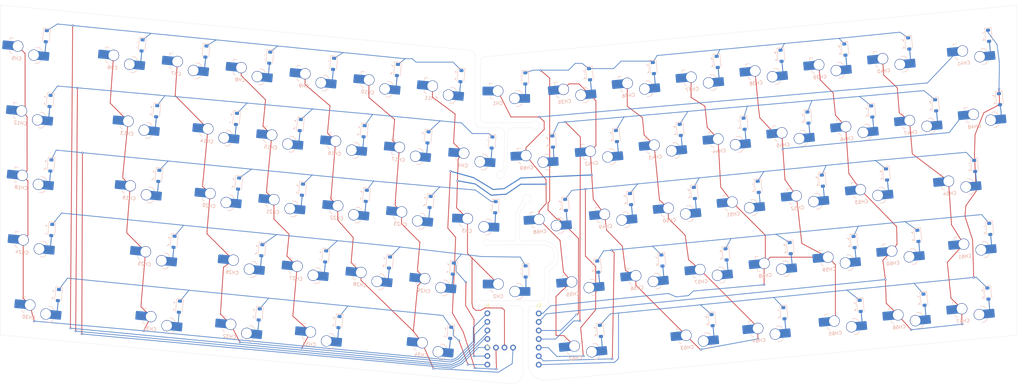
<source format=kicad_pcb>
(kicad_pcb (version 20240108) (generator "pcbnew") (generator_version "8.0")
  (layers (0 "F.Cu" signal) (31 "B.Cu" signal) (34 "B.Paste" user) (35 "F.Paste" user) (36 "B.SilkS" user "B.Silkscreen") (37 "F.SilkS" user "F.Silkscreen") (38 "B.Mask" user) (39 "F.Mask" user) (44 "Edge.Cuts" user))
  (net 0 "")
  (net 1 "Col4")
  (net 2 "Net-(D1-A)")
  (net 3 "Net-(D2-A)")
  (net 4 "Net-(D3-A)")
  (net 5 "Net-(D4-A)")
  (net 6 "Net-(D5-A)")
  (net 7 "Col1")
  (net 8 "Net-(D6-A)")
  (net 9 "Net-(D7-A)")
  (net 10 "Net-(D8-A)")
  (net 11 "Col3")
  (net 12 "Net-(D9-A)")
  (net 13 "Net-(D10-A)")
  (net 14 "Net-(D11-A)")
  (net 15 "Net-(D12-A)")
  (net 16 "Net-(D13-A)")
  (net 17 "Col2")
  (net 18 "Net-(D14-A)")
  (net 19 "Net-(D15-A)")
  (net 20 "Net-(D16-A)")
  (net 21 "Net-(D17-A)")
  (net 22 "Net-(D18-A)")
  (net 23 "Net-(D19-A)")
  (net 24 "Net-(D20-A)")
  (net 25 "Net-(D21-A)")
  (net 26 "Net-(D22-A)")
  (net 27 "Net-(D23-A)")
  (net 28 "Net-(D24-A)")
  (net 29 "Net-(D25-A)")
  (net 30 "Net-(D26-A)")
  (net 31 "Net-(D27-A)")
  (net 32 "Net-(D28-A)")
  (net 33 "Net-(D29-A)")
  (net 34 "Net-(D30-A)")
  (net 35 "Net-(D31-A)")
  (net 36 "Net-(D32-A)")
  (net 37 "Net-(D33-A)")
  (net 38 "Net-(D34-A)")
  (net 39 "Net-(D35-A)")
  (net 40 "Col5")
  (net 41 "Net-(D36-A)")
  (net 42 "Col6")
  (net 43 "Net-(D37-A)")
  (net 44 "Net-(D38-A)")
  (net 45 "Net-(D39-A)")
  (net 46 "Col7")
  (net 47 "Net-(D40-A)")
  (net 48 "Net-(D41-A)")
  (net 49 "Net-(D42-A)")
  (net 50 "Net-(D43-A)")
  (net 51 "Net-(D44-A)")
  (net 52 "Net-(D45-A)")
  (net 53 "Net-(D46-A)")
  (net 54 "Net-(D47-A)")
  (net 55 "Net-(D48-A)")
  (net 56 "Net-(D49-A)")
  (net 57 "Net-(D50-A)")
  (net 58 "Net-(D51-A)")
  (net 59 "Net-(D52-A)")
  (net 60 "Net-(D53-A)")
  (net 61 "Net-(D54-A)")
  (net 62 "Net-(D55-A)")
  (net 63 "Net-(D56-A)")
  (net 64 "Net-(D57-A)")
  (net 65 "Net-(D58-A)")
  (net 66 "Net-(D59-A)")
  (net 67 "Net-(D60-A)")
  (net 68 "Net-(D61-A)")
  (net 69 "Net-(D62-A)")
  (net 70 "Net-(D63-A)")
  (net 71 "Net-(D64-A)")
  (net 72 "Net-(D65-A)")
  (net 73 "Net-(D66-A)")
  (net 74 "Net-(D67-A)")
  (net 75 "Net-(D68-A)")
  (net 76 "Net-(D69-A)")
  (net 77 "Row2")
  (net 78 "Row7")
  (net 79 "Row5")
  (net 80 "Row3")
  (net 81 "Row1")
  (net 82 "Row4")
  (net 83 "Row6")
  (net 84 "Row8")
  (net 85 "Row9")
  (net 86 "Row10")
  (footprint "MountingHole:MountingHole_2.2mm_M2_DIN965" (layer "F.Cu") (at 199.94 109.76)
    (property "Reference" "REF**" (hide yes))
    (property "Value" "M2")
  )
  (footprint "MountingHole:MountingHole_2.2mm_M2_DIN965" (layer "F.Cu") (at 240.32 119.39)
    (property "Reference" "REF**" (hide yes))
    (property "Value" "M2")
  )
  (footprint "MountingHole:MountingHole_2.2mm_M2_DIN965" (layer "F.Cu") (at 132.8 99.875)
    (property "Reference" "REF**" (hide yes))
    (property "Value" "M2")
  )
  (footprint "MountingHole:MountingHole_2.2mm_M2_DIN965" (layer "F.Cu") (at 98.97 124.36)
    (property "Reference" "REF**" (hide yes))
    (property "Value" "M2")
  )
  (footprint "MountingHole:MountingHole_2.2mm_M2_DIN965" (layer "F.Cu") (at 279.61 115.66)
    (property "Reference" "REF**" (hide yes))
    (property "Value" "M2")
  )
  (footprint "MountingHole:MountingHole_2.2mm_M2_DIN965" (layer "F.Cu") (at 158 121.15)
    (property "Reference" "REF**" (hide yes))
    (property "Value" "M2")
  )
  (footprint "MountingHole:MountingHole_2.2mm_M2_DIN965" (layer "F.Cu") (at 182.55 66.43)
    (property "Reference" "REF**" (hide yes))
    (property "Value" "M2")
  )
  (footprint "MountingHole:MountingHole_2.2mm_M2_DIN965" (layer "F.Cu") (at 293.24 95.87)
    (property "Reference" "REF**" (hide yes))
    (property "Value" "M2")
  )
  (footprint "MountingHole:MountingHole_2.2mm_M2_DIN965" (layer "F.Cu") (at 337.34 37.88)
    (property "Reference" "REF**" (hide yes))
    (property "Value" "M2")
  )
  (footprint "MountingHole:MountingHole_2.2mm_M2_DIN965" (layer "F.Cu") (at 64.99 55.77)
    (property "Reference" "REF**" (hide yes))
    (property "Value" "M2")
  )
  (footprint "Connector_PinHeader_2.54mm:PinHeader_1x03_P2.54mm_Vertical" (layer "F.Cu") (at 184.94 137.1 90)
    (property "Reference" "J3")
    (property "Value" "Conn_01x03_Pin")
  )
  (footprint "MountingHole:MountingHole_2.2mm_M2_DIN965" (layer "F.Cu") (at 218.61 49.52)
    (property "Reference" "REF**" (hide yes))
    (property "Value" "M2")
  )
  (footprint "MountingHole:MountingHole_2.2mm_M2_DIN965" (layer "F.Cu") (at 39.89 37.77)
    (property "Reference" "REF**" (hide yes))
    (property "Value" "M2")
  )
  (footprint "MountingHole:MountingHole_2.2mm_M2_DIN965" (layer "F.Cu") (at 337.38 131.44)
    (property "Reference" "REF**" (hide yes))
    (property "Value" "M2")
  )
  (footprint "MountingHole:MountingHole_2.2mm_M2_DIN965" (layer "F.Cu") (at 337.05 86.18)
    (property "Reference" "REF**" (hide yes))
    (property "Value" "M2")
  )
  (footprint "MountingHole:MountingHole_2.2mm_M2_DIN965" (layer "F.Cu") (at 152.54 83.03)
    (property "Reference" "REF**" (hide yes))
    (property "Value" "M2")
  )
  (footprint "MountingHole:MountingHole_2.2mm_M2_DIN965" (layer "F.Cu") (at 228.33 82.92)
    (property "Reference" "REF**" (hide yes))
    (property "Value" "M2")
  )
  (footprint "Connector_PinHeader_2.54mm:PinHeader_1x07_P2.54mm_Vertical" (layer "F.Cu") (at 182.39 126.925)
    (property "Reference" "J1")
    (property "Value" "Conn_01x07_Pin")
  )
  (footprint "MountingHole:MountingHole_2.2mm_M2_DIN965" (layer "F.Cu") (at 123.225 60.575)
    (property "Reference" "REF**" (hide yes))
    (property "Value" "M2")
  )
  (footprint "MountingHole:MountingHole_2.2mm_M2_DIN965" (layer "F.Cu") (at 238.63 61.82)
    (property "Reference" "REF**" (hide yes))
    (property "Value" "M2")
  )
  (footprint "MountingHole:MountingHole_2.2mm_M2_DIN965" (layer "F.Cu") (at 162.48 49.6)
    (property "Reference" "REF**" (hide yes))
    (property "Value" "M2")
  )
  (footprint "MountingHole:MountingHole_2.2mm_M2_DIN965" (layer "F.Cu") (at 266.03 78.79)
    (property "Reference" "REF**" (hide yes))
    (property "Value" "M2")
  )
  (footprint "MountingHole:MountingHole_2.2mm_M2_DIN965" (layer "F.Cu") (at 313.48 76.7)
    (property "Reference" "REF**" (hide yes))
    (property "Value" "M2")
  )
  (footprint "MountingHole:MountingHole_2.2mm_M2_DIN965" (layer "F.Cu") (at 39.93 131.33)
    (property "Reference" "REF**" (hide yes))
    (property "Value" "M2")
  )
  (footprint "Connector_PinHeader_2.54mm:PinHeader_1x07_P2.54mm_Vertical" (layer "F.Cu") (at 197.64 126.96)
    (property "Reference" "J2")
    (property "Value" "Conn_01x07_Pin")
  )
  (footprint "MountingHole:MountingHole_2.2mm_M2_DIN965" (layer "F.Cu") (at 295.33 56.5)
    (property "Reference" "REF**" (hide yes))
    (property "Value" "M2")
  )
  (footprint "MountingHole:MountingHole_2.2mm_M2_DIN965" (layer "F.Cu") (at 40.6 74.73)
    (property "Reference" "REF**" (hide yes))
    (property "Value" "M2")
  )
  (footprint "MountingHole:MountingHole_2.2mm_M2_DIN965" (layer "F.Cu") (at 251.89 99.69)
    (property "Reference" "REF**" (hide yes))
    (property "Value" "M2")
  )
  (footprint "MountingHole:MountingHole_2.2mm_M2_DIN965" (layer "F.Cu") (at 90.825 76.125)
    (property "Reference" "REF**" (hide yes))
    (property "Value" "M2")
  )
  (footprint "MountingHole:MountingHole_2.2mm_M2_DIN965" (layer "F.Cu") (at 65.7 101.56)
    (property "Reference" "REF**" (hide yes))
    (property "Value" "M2")
  )
  (footprint "Diode_SMD:D_SOD-123" (layer "B.Cu") (at 281.902166 87.518975 -84.5)
    (property "Reference" "D52")
    (property "Value" "D_Small")
  )
  (footprint "Diode_SMD:D_SOD-123" (layer "B.Cu") (at 79.820369 47.349863 -95.5)
    (property "Reference" "D6")
    (property "Value" "D_Small")
  )
  (footprint "PCM_marbastlib-choc:SW_choc_v1_HS_CPG135001S30_1u" (layer "B.Cu") (at 181.640082 95.268555 177.5)
    (property "Reference" "CH3")
    (property "Value" "choc_v1_SW_HS")
  )
  (footprint "PCM_marbastlib-choc:SW_choc_v1_HS_CPG135001S30_1u" (layer "B.Cu") (at 168.364618 132.428137 174.5)
    (property "Reference" "CH34")
    (property "Value" "choc_v1_SW_HS")
  )
  (footprint "Diode_SMD:D_SOD-123" (layer "B.Cu") (at 153.320753 111.84147 -95.5)
    (property "Reference" "D28")
    (property "Value" "D_Small")
  )
  (footprint "Diode_SMD:D_SOD-123" (layer "B.Cu") (at 174.537045 56.470042 -95.5)
    (property "Reference" "D11")
    (property "Value" "D_Small")
  )
  (footprint "Diode_SMD:D_SOD-123" (layer "B.Cu") (at 307.547193 46.773423 -84.5)
    (property "Reference" "D40")
    (property "Value" "D_Small")
  )
  (footprint "Diode_SMD:D_SOD-123" (layer "B.Cu") (at 331.250065 44.491096 -84.5)
    (property "Reference" "D41")
    (property "Value" "D_Small")
  )
  (footprint "Diode_SMD:D_SOD-123" (layer "B.Cu") (at 164.747018 74.665478 -95.5)
    (property "Reference" "D17")
    (property "Value" "D_Small")
  )
  (footprint "PCM_marbastlib-choc:SW_choc_v1_HS_CPG135001S30_1u" (layer "B.Cu") (at 124.326162 89.9115 174.5)
    (property "Reference" "CH21")
    (property "Value" "choc_v1_SW_HS")
  )
  (footprint "PCM_marbastlib-choc:SW_choc_v1_HS_CPG135001S30_1u" (layer "B.Cu") (at 131.222958 109.713694 174.5)
    (property "Reference" "CH27")
    (property "Value" "choc_v1_SW_HS")
  )
  (footprint "PCM_marbastlib-choc:SW_choc_v1_HS_CPG135001S30_1u" (layer "B.Cu") (at 221.784964 93.307603 -174.5)
    (property "Reference" "CH49")
    (property "Value" "choc_v1_SW_HS")
  )
  (footprint "Diode_SMD:D_SOD-123" (layer "B.Cu") (at 331.607829 101.870972 -84.5)
    (property "Reference" "D61")
    (property "Value" "D_Small")
  )
  (footprint "Diode_SMD:D_SOD-123" (layer "B.Cu") (at 84.796491 86.105225 -95.5)
    (property "Reference" "D19")
    (property "Value" "D_Small")
  )
  (footprint "Diode_SMD:D_SOD-123" (layer "B.Cu") (at 201.788677 75.911184 -87)
    (property "Reference" "D69")
    (property "Value" "D_Small")
  )
  (footprint "Diode_SMD:D_SOD-123" (layer "B.Cu") (at 138.316095 129.534793 -95.5)
    (property "Reference" "D33")
    (property "Value" "D_Small")
  )
  (footprint "Diode_SMD:D_SOD-123" (layer "B.Cu") (at 134.358456 110.015608 -95.5)
    (property "Reference" "D27")
    (property "Value" "D_Small")
  )
  (footprint "PCM_marbastlib-choc:SW_choc_v1_HS_CPG135001S30_1u" (layer "B.Cu") (at 48.241424 44.309157 174.5)
    (property "Reference" "CH5")
    (property "Value" "choc_v1_SW_HS")
  )
  (footprint "Diode_SMD:D_SOD-123" (layer "B.Cu") (at 272.350649 107.576789 -84.5)
    (property "Reference" "D58")
    (property "Value" "D_Small")
  )
  (footprint "Diode_SMD:D_SOD-123" (layer "B.Cu") (at 215.962257 132.144482 -84.5)
    (property "Reference" "D62")
    (property "Value" "D_Small")
  )
  (footprint "Diode_SMD:D_SOD-123" (layer "B.Cu") (at 291.312947 105.750927 -84.5)
    (property "Reference" "D59")
    (property "Value" "D_Small")
  )
  (footprint "PCM_marbastlib-choc:SW_choc_v1_HS_CPG135001S30_1u" (layer "B.Cu") (at 328.472331 102.172886 -174.5)
    (property "Reference" "CH61")
    (property "Value" "choc_v1_SW_HS")
  )
  (footprint "Diode_SMD:D_SOD-123" (layer "B.Cu") (at 90.910351 124.970139 -95.5)
    (property "Reference" "D31")
    (property "Value" "D_Small")
  )
  (footprint "Diode_SMD:D_SOD-123" (layer "B.Cu") (at 146.423958 92.039276 -95.5)
    (property "Reference" "D22")
    (property "Value" "D_Small")
  )
  (footprint "Diode_SMD:D_SOD-123" (layer "B.Cu") (at 224.920462 93.005689 -84.5)
    (property "Reference" "D49")
    (property "Value" "D_Small")
  )
  (footprint "Diode_SMD:D_SOD-123" (layer "B.Cu") (at 334.498099 63.316454 -84.5)
    (property "Reference" "D48")
    (property "Value" "D_Small")
  )
  (footprint "Diode_SMD:D_SOD-123" (layer "B.Cu") (at 145.784721 72.839616 -95.5)
    (property "Reference" "D16")
    (property "Value" "D_Small")
  )
  (footprint "PCM_marbastlib-choc:SW_choc_v1_HS_CPG135001S30_1u" (layer "B.Cu") (at 49.354719 63.554463 174.5)
    (property "Reference" "CH12")
    (property "Value" "choc_v1_SW_HS")
  )
  (footprint "PCM_marbastlib-choc:SW_choc_v1_HS_CPG135001S30_1u" (layer "B.Cu") (at 312.400303 65.44423 -174.5)
    (property "Reference" "CH47")
    (property "Value" "choc_v1_SW_HS")
  )
  (footprint "PCM_marbastlib-choc:SW_choc_v1_HS_CPG135001S30_1u" (layer "B.Cu") (at 285.449397 48.901199 -174.5)
    (property "Reference" "CH39")
    (property "Value" "choc_v1_SW_HS")
  )
  (footprint "PCM_marbastlib-choc:SW_choc_v1_HS_CPG135001S30_1u" (layer "B.Cu") (at 81.021756 66.603652 174.5)
    (property "Reference" "CH13")
    (property "Value" "choc_v1_SW_HS")
  )
  (footprint "Diode_SMD:D_SOD-123" (layer "B.Cu") (at 249.146278 128.949224 -84.5)
    (property "Reference" "D63")
    (property "Value" "D_Small")
  )
  (footprint "Diode_SMD:D_SOD-123" (layer "B.Cu") (at 269.622598 50.425146 -84.5)
    (property "Reference" "D38")
    (property "Value" "D_Small")
  )
  (footprint "Diode_SMD:D_SOD-123" (layer "B.Cu") (at 300.959275 85.683984 -84.5)
    (property "Reference" "D53")
    (property "Value" "D_Small")
  )
  (footprint "Diode_SMD:D_SOD-123" (layer "B.Cu") (at 215.179322 113.081762 -84.5)
    (property "Reference" "D55")
    (property "Value" "D_Small")
  )
  (footprint "Diode_SMD:D_SOD-123" (layer "B.Cu") (at 231.698003 54.07687 -84.5)
    (property "Reference" "D36")
    (property "Value" "D_Small")
  )
  (footprint "Diode_SMD:D_SOD-123" (layer "B.Cu") (at 331.063404 121.061502 -84.5)
    (property "Reference" "D67")
    (property "Value" "D_Small")
  )
  (footprint "Diode_SMD:D_SOD-123" (layer "B.Cu") (at 155.669559 54.65331 -95.5)
    (property "Reference" "D10")
    (property "Value" "D_Small")
  )
  (footprint "PCM_marbastlib-choc:SW_choc_v1_HS_CPG135001S30_1u" (layer "B.Cu") (at 112.26066 107.887832 174.5)
    (property "Reference" "CH26")
    (property "Value" "choc_v1_SW_HS")
  )
  (footprint "PCM_marbastlib-choc:SW_choc_v1_HS_CPG135001S30_1u" (layer "B.Cu") (at 331.362601 63.618368 -174.5)
    (property "Reference" "CH48")
    (property "Value" "choc_v1_SW_HS")
  )
  (footprint "PCM_marbastlib-choc:SW_choc_v1_HS_CPG135001S30_1u" (layer "B.Cu") (at 304.411695 47.075337 -174.5)
    (property "Reference" "CH40")
    (property "Value" "choc_v1_SW_HS")
  )
  (footprint "PCM_marbastlib-choc:SW_choc_v1_HS_CPG135001S30_1u" (layer "B.Cu") (at 217.588815 74.573538 -174.5)
    (property "Reference" "CH42")
    (property "Value" "choc_v1_SW_HS")
  )
  (footprint "Diode_SMD:D_SOD-123" (layer "B.Cu") (at 205.604345 94.730516 -86)
    (property "Reference" "D68")
    (property "Value" "D_Small")
  )
  (footprint "Diode_SMD:D_SOD-123" (layer "B.Cu") (at 126.822423 71.013754 -95.5)
    (property "Reference" "D15")
    (property "Value" "D_Small")
  )
  (footprint "Diode_SMD:D_SOD-123" (layer "B.Cu") (at 212.735705 55.902731 -84.5)
    (property "Reference" "D35")
    (property "Value" "D_Small")
  )
  (footprint "Diode_SMD:D_SOD-123" (layer "B.Cu") (at 127.46166 90.213414 -95.5)
    (property "Reference" "D21")
    (property "Value" "D_Small")
  )
  (footprint "Diode_SMD:D_SOD-123" (layer "B.Cu") (at 52.731246 83.017694 -95.5)
    (property "Reference" "D18")
    (property "Value" "D_Small")
  )
  (footprint "PCM_marbastlib-choc:SW_choc_v1_HS_CPG135001S30_1u" (layer "B.Cu") (at 269.215151 107.878703 -174.5)
    (property "Reference" "CH58")
    (property "Value" "choc_v1_SW_HS")
  )
  (footprint "PCM_marbastlib-choc:SW_choc_v1_HS_CPG135001S30_1u" (layer "B.Cu") (at 267.343365 127.197044 -174.5)
    (property "Reference" "CH64")
    (property "Value" "choc_v1_SW_HS")
  )
  (footprint "Diode_SMD:D_SOD-123" (layer "B.Cu") (at 89.322999 105.679187 -95.5)
    (property "Reference" "D25")
    (property "Value" "D_Small")
  )
  (footprint "PCM_marbastlib-choc:SW_choc_v1_HS_CPG135001S30_1u" (layer "B.Cu") (at 171.401547 56.168128 174.5)
    (property "Reference" "CH11")
    (property "Value" "choc_v1_SW_HS")
  )
  (footprint "Diode_SMD:D_SOD-123" (layer "B.Cu") (at 184.787083 95.405956 -92.5)
    (property "Reference" "D3")
    (property "Value" "D_Small")
  )
  (footprint "PCM_marbastlib-choc:SW_choc_v1_HS_CPG135001S30_1u" (layer "B.Cu") (at 297.823777 85.985898 -174.5)
    (property "Reference" "CH53")
    (property "Value" "choc_v1_SW_HS")
  )
  (footprint "PCM_marbastlib-choc:SW_choc_v1_HS_CPG135001S30_1u" (layer "B.Cu") (at 87.774853 124.668225 174.5)
    (property "Reference" "CH31")
    (property "Value" "choc_v1_SW_HS")
  )
  (footprint "PCM_marbastlib-choc:SW_choc_v1_HS_CPG135001S30_1u" (layer "B.Cu") (at 288.177449 106.052841 -174.5)
    (property "Reference" "CH59")
    (property "Value" "choc_v1_SW_HS")
  )
  (footprint "PCM_marbastlib-choc:SW_choc_v1_HS_CPG135001S30_1u" (layer "B.Cu") (at 327.927906 121.363416 -174.5)
    (property "Reference" "CH67")
    (property "Value" "choc_v1_SW_HS")
  )
  (footprint "PCM_marbastlib-choc:SW_choc_v1_HS_CPG135001S30_1u" (layer "B.Cu") (at 162.250758 93.563223 174.5)
    (property "Reference" "CH23")
    (property "Value" "choc_v1_SW_HS")
  )
  (footprint "PCM_marbastlib-choc:SW_choc_v1_HS_CPG135001S30_1u" (layer "B.Cu") (at 143.28846 91.737362 174.5)
    (property "Reference" "CH22")
    (property "Value" "choc_v1_SW_HS")
  )
  (footprint "PCM_marbastlib-choc:SW_choc_v1_HS_CPG135001S30_1u" (layer "B.Cu") (at 323.991748 83.466209 -174.5)
    (property "Reference" "CH54")
    (property "Value" "choc_v1_SW_HS")
  )
  (footprint "Diode_SMD:D_SOD-123" (layer "B.Cu") (at 312.101106 122.887363 -84.5)
    (property "Reference" "D66")
    (property "Value" "D_Small")
  )
  (footprint "Diode_SMD:D_SOD-123" (layer "B.Cu") (at 253.29354 109.41178 -84.5)
    (property "Reference" "D57")
    (property "Value" "D_Small")
  )
  (footprint "PCM_marbastlib-choc:SW_choc_v1_HS_CPG135001S30_1u" (layer "B.Cu") (at 114.609466 50.699672 174.5)
    (property "Reference" "CH8")
    (property "Value" "choc_v1_SW_HS")
  )
  (footprint "PCM_marbastlib-choc:SW_choc_v1_HS_CPG135001S30_1u" (layer "B.Cu") (at 202.462019 94.950248 -176)
    (property "Reference" "CH68")
    (property "Value" "choc_v1_SW_HS")
  )
  (footprint "PCM_marbastlib-choc:SW_choc_v1_HS_CPG135001S30_1u" (layer "B.Cu") (at 212.826759 132.446396 -174.5)
    (property "Reference" "CH62")
    (property "Value" "choc_v1_SW_HS")
  )
  (footprint "PCM_marbastlib-choc:SW_choc_v1_HS_CPG135001S30_1u" (layer "B.Cu") (at 247.524802 52.552922 -174.5)
    (property "Reference" "CH37")
    (property "Value" "choc_v1_SW_HS")
  )
  (footprint "Diode_SMD:D_SOD-123" (layer "B.Cu") (at 172.283051 113.667331 -95.5)
    (property "Reference" "D29")
    (property "Value" "D_Small")
  )
  (footprint "Diode_SMD:D_SOD-123" (layer "B.Cu") (at 84.157254 66.905566 -95.5)
    (property "Reference" "D13")
    (property "Value" "D_Small")
  )
  (footprint "Diode_SMD:D_SOD-123" (layer "B.Cu") (at 98.782666 49.175725 -95.5)
    (property "Reference" "D7")
    (property "Value" "D_Small")
  )
  (footprint "Diode_SMD:D_SOD-123" (layer "B.Cu") (at 171.500116 132.730051 -95.5)
    (property "Reference" "D34")
    (property "Value" "D_Small")
  )
  (footprint "PCM_marbastlib-choc:SW_choc_v1_HS_CPG135001S30_1u" (layer "B.Cu") (at 180.627913 75.97323 176)
    (property "Reference" "CH4")
    (property "Value" "choc_v1_SW_HS")
  )
  (footprint "PCM_marbastlib-choc:SW_choc_v1_HS_CPG135001S30_1u" (layer "B.Cu") (at 293.438006 67.270091 -174.5)
    (property "Reference" "CH46")
    (property "Value" "choc_v1_SW_HS")
  )
  (footprint "Diode_SMD:D_SOD-123" (layer "B.Cu") (at 114.613223 127.252466 -95.5)
    (property "Reference" "D32")
    (property "Value" "D_Small")
  )
  (footprint "PCM_marbastlib-choc:SW_choc_v1_HS_CPG135001S30_1u" (layer "B.Cu") (at 328.114567 44.79301 -174.5)
    (property "Reference" "CH41")
    (property "Value" "choc_v1_SW_HS")
  )
  (footprint "PCM_marbastlib-choc:SW_choc_v1_HS_CPG135001S30_1u" (layer "B.Cu") (at 259.709559 89.655879 -174.5)
    (property "Reference" "CH51")
    (property "Value" "choc_v1_SW_HS")
  )
  (footprint "Diode_SMD:D_SOD-123" (layer "B.Cu") (at 270.478863 126.89513 -84.5)
    (property "Reference" "D64")
    (property "Value" "D_Small")
  )
  (footprint "PCM_marbastlib-choc:SW_choc_v1_HS_CPG135001S30_1u" (layer "B.Cu") (at 81.660993 85.803311 174.5)
    (property "Reference" "CH19")
    (property "Value" "choc_v1_SW_HS")
  )
  (footprint "PCM_marbastlib-choc:SW_choc_v1_HS_CPG135001S30_1u" (layer "B.Cu") (at 236.551113 72.747676 -174.5)
    (property "Reference" "CH43")
    (property "Value" "choc_v1_SW_HS")
  )
  (footprint "PCM_marbastlib-choc:SW_choc_v1_HS_CPG135001S30_1u" (layer "B.Cu") (at 86.187501 105.377273 174.5)
    (property "Reference" "CH25")
    (property "Value" "choc_v1_SW_HS")
  )
  (footprint "Diode_SMD:D_SOD-123" (layer "B.Cu") (at 277.611206 68.794039 -84.5)
    (property "Reference" "D45")
    (property "Value" "D_Small")
  )
  (footprint "PCM_marbastlib-choc:SW_choc_v1_HS_CPG135001S30_1u" (layer "B.Cu") (at 152.534061 54.351396 174.5)
    (property "Reference" "CH10")
    (property "Value" "choc_v1_SW_HS")
  )
  (footprint "Diode_SMD:D_SOD-123" (layer "B.Cu") (at 288.584895 48.599285 -84.5)
    (property "Reference" "D39")
    (property "Value" "D_Small")
  )
  (footprint "PCM_marbastlib-choc:SW_choc_v1_HS_CPG135001S30_1u" (layer "B.Cu") (at 95.647168 48.873811 174.5)
    (property "Reference" "CH7")
    (property "Value" "choc_v1_SW_HS")
  )
  (footprint "Diode_SMD:D_SOD-123" (layer "B.Cu") (at 193.74525 114.490499 -90)
    (property "Reference" "D2")
    (property "Value" "D_Small")
  )
  (footprint "Diode_SMD:D_SOD-123" (layer "B.Cu") (at 220.724313 74.271624 -84.5)
    (property "Reference" "D42")
    (property "Value" "D_Small")
  )
  (footprint "PCM_marbastlib-choc:SW_choc_v1_HS_CPG135001S30_1u" (layer "B.Cu") (at 246.01078 129.251138 -174.5)
    (property "Reference" "CH63")
    (property "Value" "choc_v1_SW_HS")
  )
  (footprint "PCM_marbastlib-choc:SW_choc_v1_HS_CPG135001S30_1u" (layer "B.Cu") (at 49.595748 82.71578 174.5)
    (property "Reference" "CH18")
    (property "Value" "choc_v1_SW_HS")
  )
  (footprint "Diode_SMD:D_SOD-123" (layer "B.Cu") (at 52.490217 63.856377 -95.5)
    (property "Reference" "D12")
    (property "Value" "D_Small")
  )
  (footprint "PCM_marbastlib-choc:SW_choc_v1_HS_CPG135001S30_1u" (layer "B.Cu") (at 278.766668 87.820889 -174.5)
    (property "Reference" "CH52")
    (property "Value" "choc_v1_SW_HS")
  )
  (footprint "PCM_marbastlib-choc:SW_choc_v1_HS_CPG135001S30_1u" (layer "B.Cu") (at 240.747262 91.481741 -174.5)
    (property "Reference" "CH50")
    (property "Value" "choc_v1_SW_HS")
  )
  (footprint "PCM_marbastlib-choc:SW_choc_v1_HS_CPG135001S30_1u" (layer "B.Cu") (at 133.571763 52.525534 174.5)
    (property "Reference" "CH9")
    (property "Value" "choc_v1_SW_HS")
  )
  (footprint "PCM_marbastlib-choc:SW_choc_v1_HS_CPG135001S30_1u" (layer "B.Cu") (at 190.59525 114.490499 180)
    (property "Reference" "CH2")
    (property "Value" "choc_v1_SW_HS")
  )
  (footprint "PCM_marbastlib-choc:SW_choc_v1_HS_CPG135001S30_1u" (layer "B.Cu") (at 308.965608 123.189277 -174.5)
    (property "Reference" "CH66")
    (property "Value" "choc_v1_SW_HS")
  )
  (footprint "PCM_marbastlib-choc:SW_choc_v1_HS_CPG135001S30_1u" (layer "B.Cu") (at 198.642994 76.076042 -177)
    (property "Reference" "CH69")
    (property "Value" "choc_v1_SW_HS")
  )
  (footprint "PCM_marbastlib-choc:SW_choc_v1_HS_CPG135001S30_1u" (layer "B.Cu") (at 51.841299 121.208218 174.5)
    (property "Reference" "CH30")
    (property "Value" "choc_v1_SW_HS")
  )
  (footprint "Diode_SMD:D_SOD-123" (layer "B.Cu") (at 165.386256 93.865137 -95.5)
    (property "Reference" "D23")
    (property "Value" "D_Small")
  )
  (footprint "Diode_SMD:D_SOD-123" (layer "B.Cu") (at 262.845057 89.353965 -84.5)
    (property "Reference" "D51")
    (property "Value" "D_Small")
  )
  (footprint "PCM_marbastlib-choc:SW_choc_v1_HS_CPG135001S30_1u" (layer "B.Cu") (at 290.003311 125.015139 -174.5)
    (property "Reference" "CH65")
    (property "Value" "choc_v1_SW_HS")
  )
  (footprint "PCM_marbastlib-choc:SW_choc_v1_HS_CPG135001S30_1u" (layer "B.Cu") (at 255.513411 70.921815 -174.5)
    (property "Reference" "CH44")
    (property "Value" "choc_v1_SW_HS")
  )
  (footprint "Diode_SMD:D_SOD-123" (layer "B.Cu") (at 239.686611 72.445762 -84.5)
    (property "Reference" "D43")
    (property "Value" "D_Small")
  )
  (footprint "PCM_marbastlib-choc:SW_choc_v1_HS_CPG135001S30_1u" (layer "B.Cu") (at 212.043824 113.383676 -174.5)
    (property "Reference" "CH55")
    (property "Value" "choc_v1_SW_HS")
  )
  (footprint "PCM_marbastlib-choc:SW_choc_v1_HS_CPG135001S30_1u" (layer "B.Cu") (at 104.724628 68.885979 174.5)
    (property "Reference" "CH14")
    (property "Value" "choc_v1_SW_HS")
  )
  (footprint "PCM_marbastlib-choc:SW_choc_v1_HS_CPG135001S30_1u" (layer "B.Cu") (at 105.363865 88.085638 174.5)
    (property "Reference" "CH20")
    (property "Value" "choc_v1_SW_HS")
  )
  (footprint "Diode_SMD:D_SOD-123" (layer "B.Cu") (at 234.236431 111.246771 -84.5)
    (property "Reference" "D56")
    (property "Value" "D_Small")
  )
  (footprint "PCM_marbastlib-choc:SW_choc_v1_HS_CPG135001S30_1u" (layer "B.Cu") (at 49.855739 101.878922 174.5)
    (property "Reference" "CH24")
    (property "Value" "choc_v1_SW_HS")
  )
  (footprint "Diode_SMD:D_SOD-123" (layer "B.Cu") (at 54.976797 121.510132 -95.5)
    (property "Reference" "D30")
    (property "Value" "D_Small")
  )
  (footprint "Diode_SMD:D_SOD-123" (layer "B.Cu") (at 183.770239 76.192962 -94)
    (property "Reference" "D4")
    (property "Value" "D_Small")
  )
  (footprint "PCM_marbastlib-choc:SW_choc_v1_HS_CPG135001S30_1u" (layer "B.Cu") (at 150.185255 111.539556 174.5)
    (property "Reference" "CH28")
    (property "Value" "choc_v1_SW_HS")
  )
  (footprint "Diode_SMD:D_SOD-123" (layer "B.Cu") (at 243.88276 91.179827 -84.5)
    (property "Reference" "D50")
    (property "Value" "D_Small")
  )
  (footprint "PCM_marbastlib-choc:SW_choc_v1_HS_CPG135001S30_1u" (layer "B.Cu") (at 76.684871 47.047949 174.5)
    (property "Reference" "CH6")
    (property "Value" "choc_v1_SW_HS")
  )
  (footprint "Diode_SMD:D_SOD-123" (layer "B.Cu") (at 315.535801 65.142316 -84.5)
    (property "Reference" "D47")
    (property "Value" "D_Small")
  )
  (footprint "PCM_marbastlib-choc:SW_choc_v1_HS_CPG135001S30_1u" (layer "B.Cu") (at 142.649223 72.537702 174.5)
    (property "Reference" "CH16")
    (property "Value" "choc_v1_SW_HS")
  )
  (footprint "PCM_marbastlib-choc:SW_choc_v1_HS_CPG135001S30_1u" (layer "B.Cu") (at 111.477725 126.950552 174.5)
    (property "Reference" "CH32")
    (property "Value" "choc_v1_SW_HS")
  )
  (footprint "Diode_SMD:D_SOD-123" (layer "B.Cu") (at 107.860126 69.187893 -95.5)
    (property "Reference" "D14")
    (property "Value" "D_Small")
  )
  (footprint "Diode_SMD:D_SOD-123" (layer "B.Cu") (at 51.376922 44.611071 -95.5)
    (property "Reference" "D5")
    (property "Value" "D_Small")
  )
  (footprint "Diode_SMD:D_SOD-123" (layer "B.Cu") (at 296.573504 66.968177 -84.5)
    (property "Reference" "D46")
    (property "Value" "D_Small")
  )
  (footprint "Diode_SMD:D_SOD-123" (layer "B.Cu") (at 250.6603 52.251008 -84.5)
    (property "Reference" "D37")
    (property "Value" "D_Small")
  )
  (footprint "PCM_marbastlib-choc:SW_choc_v1_HS_CPG135001S30_1u" (layer "B.Cu") (at 190.5 57.15 180)
    (property "Reference" "CH1")
    (property "Value" "choc_v1_SW_HS")
  )
  (footprint "Diode_SMD:D_SOD-123" (layer "B.Cu") (at 108.499363 88.387552 -95.5)
    (property "Reference" "D20")
    (property "Value" "D_Small")
  )
  (footprint "PCM_marbastlib-choc:SW_choc_v1_HS_CPG135001S30_1u" (layer "B.Cu") (at 135.180597 129.232879 174.5)
    (property "Reference" "CH33")
    (property "Value" "choc_v1_SW_HS")
  )
  (footprint "PCM_marbastlib-choc:SW_choc_v1_HS_CPG135001S30_1u" (layer "B.Cu") (at 266.4871 50.72706 -174.5)
    (property "Reference" "CH38")
    (property "Value" "choc_v1_SW_HS")
  )
  (footprint "Diode_SMD:D_SOD-123" (layer "B.Cu") (at 293.138809 124.713225 -84.5)
    (property "Reference" "D65")
    (property "Value" "D_Small")
  )
  (footprint "PCM_marbastlib-choc:SW_choc_v1_HS_CPG135001S30_1u" (layer "B.Cu") (at 228.562505 54.378784 -174.5)
    (property "Reference" "CH36")
    (property "Value" "choc_v1_SW_HS")
  )
  (footprint "PCM_marbastlib-choc:SW_choc_v1_HS_CPG135001S30_1u" (layer "B.Cu") (at 250.158042 109.713694 -174.5)
    (property "Reference" "CH57")
    (property "Value" "choc_v1_SW_HS")
  )
  (footprint "PCM_marbastlib-choc:SW_choc_v1_HS_CPG135001S30_1u" (layer "B.Cu") (at 231.100933 111.548685 -174.5)
    (property "Reference" "CH56")
    (property "Value" "choc_v1_SW_HS")
  )
  (footprint "Diode_SMD:D_SOD-123" (layer "B.Cu") (at 310.275245 103.925066 -84.5)
    (property "Reference" "D60")
    (property "Value" "D_Small")
  )
  (footprint "PCM_marbastlib-choc:SW_choc_v1_HS_CPG135001S30_1u" (layer "B.Cu") (at 161.61152 74.363564 174.5)
    (property "Reference" "CH17")
    (property "Value" "choc_v1_SW_HS")
  )
  (footprint "PCM_marbastlib-choc:SW_choc_v1_HS_CPG135001S30_1u" (layer "B.Cu") (at 307.139747 104.22698 -174.5)
    (property "Reference" "CH60")
    (property "Value" "choc_v1_SW_HS")
  )
  (footprint "PCM_marbastlib-choc:SW_choc_v1_HS_CPG135001S30_1u" (layer "B.Cu") (at 209.600207 56.204645 -174.5)
    (property "Reference" "CH35")
    (property "Value" "choc_v1_SW_HS")
  )
  (footprint "Diode_SMD:D_SOD-123" (layer "B.Cu") (at 52.991237 102.180836 -95.5)
    (property "Reference" "D24")
    (property "Value" "D_Small")
  )
  (footprint "PCM_marbastlib-choc:SW_choc_v1_HS_CPG135001S30_1u" (layer "B.Cu") (at 123.686925 70.71184 174.5)
    (property "Reference" "CH15")
    (property "Value" "choc_v1_SW_HS")
  )
  (footprint "PCM_marbastlib-choc:SW_choc_v1_HS_CPG135001S30_1u" (layer "B.Cu") (at 274.475708 69.095953 -174.5)
    (property "Reference" "CH45")
    (property "Value" "choc_v1_SW_HS")
  )
  (footprint "Diode_SMD:D_SOD-123" (layer "B.Cu") (at 117.744964 51.001586 -95.5)
    (property "Reference" "D8")
    (property "Value" "D_Small")
  )
  (footprint "PCM_marbastlib-choc:SW_choc_v1_HS_CPG135001S30_1u" (layer "B.Cu") (at 169.147553 113.365417 174.5)
    (property "Reference" "CH29")
    (property "Value" "choc_v1_SW_HS")
  )
  (footprint "Diode_SMD:D_SOD-123" (layer "B.Cu") (at 193.65 57.15 -90)
    (property "Reference" "D1")
    (property "Value" "D_Small")
  )
  (footprint "Diode_SMD:D_SOD-123" (layer "B.Cu") (at 327.127246 83.164295 -84.5)
    (property "Reference" "D54")
    (property "Value" "D_Small")
  )
  (footprint "Diode_SMD:D_SOD-123" (layer "B.Cu") (at 136.707261 52.827448 -95.5)
    (property "Reference" "D9")
    (property "Value" "D_Small")
  )
  (footprint "Diode_SMD:D_SOD-123" (layer "B.Cu") (at 115.396158 108.189746 -95.5)
    (property "Reference" "D26")
    (property "Value" "D_Small")
  )
  (footprint "Diode_SMD:D_SOD-123" (layer "B.Cu") (at 258.648909 70.619901 -84.5)
    (property "Reference" "D44")
    (property "Value" "D_Small")
  )
  (gr_line (start 192.976007 126.208633) (end 192.975126 144.375123) (stroke (width 0.05)) (layer "Edge.Cuts"))
  (gr_arc (start 199.418644 121.701226) (mid 198.979297 122.761885) (end 197.918644 123.201226) (stroke (width 0.05)) (layer "Edge.Cuts"))
  (gr_arc (start 190.837042 97.262642) (mid 190.847165 97.153855) (end 190.877182 97.048801) (stroke (width 0.05)) (layer "Edge.Cuts"))
  (gr_arc (start 181.809181 70.358081) (mid 180.748524 69.918743) (end 180.309181 68.858081) (stroke (width 0.05)) (layer "Edge.Cuts"))
  (gr_line (start 198.860444 106.577975) (end 182.907884 106.640685) (stroke (width 0.05)) (layer "Edge.Cuts"))
  (gr_line (start 196.03 124.77) (end 199.166461 124.755286) (stroke (width 0.05)) (layer "Edge.Cuts"))
  (gr_line (start 198.766222 105.313977) (end 192.941595 105.479343) (stroke (width 0.05)) (layer "Edge.Cuts"))
  (gr_arc (start 188.426349 73.361962) (mid 188.86571 72.301315) (end 189.926349 71.861962) (stroke (width 0.05)) (layer "Edge.Cuts"))
  (gr_arc (start 198.861036 106.587673) (mid 202.305344 109.404924) (end 199.764393 113.057832) (stroke (width 0.05)) (layer "Edge.Cuts"))
  (gr_line (start 189.475126 147.875123) (end 37.672699 133.340848) (stroke (width 0.05)) (layer "Edge.Cuts"))
  (gr_arc (start 191.476007 124.708633) (mid 192.53666 125.147976) (end 192.976007 126.208633) (stroke (width 0.05)) (layer "Edge.Cuts"))
  (gr_arc (start 191.870915 97.478416) (mid 191.889651 97.342554) (end 191.944424 97.216814) (stroke (width 0.05)) (layer "Edge.Cuts"))
  (gr_line (start 187.199851 83.867788) (end 186.617903 84.646378) (stroke (width 0.05)) (layer "Edge.Cuts"))
  (gr_line (start 193.973603 94.063492) (end 191.944424 97.216814) (stroke (width 0.05)) (layer "Edge.Cuts"))
  (gr_line (start 181.809181 70.358081) (end 195.674109 70.32652) (stroke (width 0.05)) (layer "Edge.Cuts"))
  (gr_line (start 37.672699 35.340848) (end 177.297771 48.782409) (stroke (width 0.05)) (layer "Edge.Cuts"))
  (gr_line (start 190.837042 97.262642) (end 190.846975 104.347335) (stroke (width 0.05)) (layer "Edge.Cuts"))
  (gr_arc (start 200.76 114.522168) (mid 200.86647 114.145364) (end 201.154393 113.88) (stroke (width 0.05)) (layer "Edge.Cuts"))
  (gr_arc (start 192.941595 105.479343) (mid 192.180728 105.163119) (end 191.87 104.4) (stroke (width 0.05)) (layer "Edge.Cuts"))
  (gr_arc (start 195.674109 70.32652) (mid 197.842402 71.114393) (end 195.653281 71.842549) (stroke (width 0.05)) (layer "Edge.Cuts"))
  (gr_line (start 188.093896 83.849217) (end 187.246594 85.071231) (stroke (width 0.05)) (layer "Edge.Cuts"))
  (gr_line (start 339.682699 35.400848) (end 339.682699 133.400848) (stroke (width 0.05)) (layer "Edge.Cuts"))
  (gr_line (start 180.309181 68.858081) (end 180.314778 52.340848) (stroke (width 0.05)) (layer "Edge.Cuts"))
  (gr_arc (start 180.314778 52.340848) (mid 180.698792 51.284155) (end 181.675927 50.728041) (stroke (width 0.05)) (layer "Edge.Cuts"))
  (gr_line (start 178.812699 50.722693) (end 178.809181 70.358081) (stroke (width 0.05)) (layer "Edge.Cuts"))
  (gr_arc (start 190.846975 104.347335) (mid 190.530679 105.108122) (end 189.767632 105.41893) (stroke (width 0.05)) (layer "Edge.Cuts"))
  (gr_line (start 339.682699 133.400848) (end 200.075 146.825) (stroke (width 0.05)) (layer "Edge.Cuts"))
  (gr_line (start 187.512699 73.373924) (end 187.3 83.325) (stroke (width 0.05)) (layer "Edge.Cuts"))
  (gr_arc (start 192.975126 144.375123) (mid 191.95 146.85) (end 189.475126 147.875123) (stroke (width 0.05)) (layer "Edge.Cuts"))
  (gr_arc (start 193.041281 93.340147) (mid 194.932541 91.864976) (end 193.973603 94.063492) (stroke (width 0.05)) (layer "Edge.Cuts"))
  (gr_line (start 199.37 113.7) (end 199.418644 121.701226) (stroke (width 0.05)) (layer "Edge.Cuts"))
  (gr_line (start 193.041281 93.340147) (end 190.877182 97.048801) (stroke (width 0.05)) (layer "Edge.Cuts"))
  (gr_arc (start 200.075 146.825) (mid 196.193784 145.558806) (end 194.53477 141.82855) (stroke (width 0.05)) (layer "Edge.Cuts"))
  (gr_line (start 194.53477 141.82855) (end 194.53 126.27) (stroke (width 0.05)) (layer "Edge.Cuts"))
  (gr_line (start 180.309181 71.858081) (end 186.012699 71.873924) (stroke (width 0.05)) (layer "Edge.Cuts"))
  (gr_line (start 191.476007 124.708633) (end 180.83 124.677451) (stroke (width 0.05)) (layer "Edge.Cuts"))
  (gr_arc (start 199.37 113.7) (mid 199.47647 113.323196) (end 199.764393 113.057832) (stroke (width 0.05)) (layer "Edge.Cuts"))
  (gr_arc (start 200.666461 123.255286) (mid 200.227123 124.315941) (end 199.166461 124.755286) (stroke (width 0.05)) (layer "Edge.Cuts"))
  (gr_line (start 188.426349 73.361962) (end 188.29365 83.238038) (stroke (width 0.05)) (layer "Edge.Cuts"))
  (gr_line (start 195.653281 71.842549) (end 189.926349 71.861962) (stroke (width 0.05)) (layer "Edge.Cuts"))
  (gr_arc (start 187.246593 85.071231) (mid 185.691386 86.695009) (end 186.617903 84.646378) (stroke (width 0.05)) (layer "Edge.Cuts"))
  (gr_arc (start 180.83 124.677451) (mid 178.661672 123.889535) (end 180.850828 123.161422) (stroke (width 0.05)) (layer "Edge.Cuts"))
  (gr_arc (start 188.29365 83.238038) (mid 188.232901 83.556416) (end 188.093896 83.849217) (stroke (width 0.05)) (layer "Edge.Cuts"))
  (gr_line (start 37.672699 133.340848) (end 37.672699 35.340848) (stroke (width 0.05)) (layer "Edge.Cuts"))
  (gr_line (start 191.867776 97.483295) (end 191.87 104.4) (stroke (width 0.05)) (layer "Edge.Cuts"))
  (gr_line (start 180.850828 123.161422) (end 197.918644 123.201226) (stroke (width 0.05)) (layer "Edge.Cuts"))
  (gr_arc (start 194.53 126.27) (mid 194.969345 125.209326) (end 196.03 124.77) (stroke (width 0.05)) (layer "Edge.Cuts"))
  (gr_arc (start 198.766222 105.313977) (mid 203.234645 108.684117) (end 201.154393 113.88) (stroke (width 0.05)) (layer "Edge.Cuts"))
  (gr_arc (start 186.012699 71.873924) (mid 187.07335 72.313272) (end 187.512699 73.373924) (stroke (width 0.05)) (layer "Edge.Cuts"))
  (gr_line (start 181.675927 50.728041) (end 339.682699 35.400848) (stroke (width 0.05)) (layer "Edge.Cuts"))
  (gr_line (start 200.666461 123.255286) (end 200.76 114.522168) (stroke (width 0.05)) (layer "Edge.Cuts"))
  (gr_arc (start 177.297771 48.782409) (mid 178.389101 49.491875) (end 178.812699 50.722693) (stroke (width 0.05)) (layer "Edge.Cuts"))
  (gr_arc (start 180.309181 71.858081) (mid 179.248524 71.418743) (end 178.809181 70.358081) (stroke (width 0.05)) (layer "Edge.Cuts"))
  (gr_arc (start 187.299999 83.325) (mid 187.280234 83.601986) (end 187.199851 83.867788) (stroke (width 0.05)) (layer "Edge.Cuts"))
  (gr_line (start 189.767632 105.41893) (end 183.079322 105.48838) (stroke (width 0.05)) (layer "Edge.Cuts"))
  (gr_arc (start 182.907884 106.640685) (mid 181.167758 105.792799) (end 183.079322 105.48838) (stroke (width 0.05)) (layer "Edge.Cuts"))
  (segment (start 199.275 72.320237) (end 193.846106 77.749131) (width 0.2) (layer "F.Cu") (net 1))
  (segment (start 173.505244 87.55) (end 173.51 87.4) (width 0.2) (layer "F.Cu") (net 1))
  (segment (start 185.5 60.9) (end 189.375 68.6) (width 0.2) (layer "F.Cu") (net 1))
  (segment (start 202.925 133.55) (end 205.100838 133.55) (width 0.2) (layer "F.Cu") (net 1))
  (segment (start 173.505244 87.55) (end 173.728506 81.015313) (width 0.2) (layer "F.Cu") (net 1))
  (segment (start 181.283039 125.553039) (end 180.41 126.05) (width 0.2) (layer "F.Cu") (net 1))
  (segment (start 178.93 126.03) (end 178.12 125.32) (width 0.2) (layer "F.Cu") (net 1))
  (segment (start 172.825 67.75) (end 172.35 76.336807) (width 0.2) (layer "F.Cu") (net 1))
  (segment (start 178.12 125.32) (end 177.82 124.1) (width 0.2) (layer "F.Cu") (net 1))
  (segment (start 186.73 125.35) (end 181.71 125.31) (width 0.2) (layer "F.Cu") (net 1))
  (segment (start 199.8 87.25) (end 193.846106 80.082583) (width 0.2) (layer "F.Cu") (net 1))
  (segment (start 197.675 68.6) (end 197.81 68.59) (width 0.2) (layer "F.Cu") (net 1))
  (segment (start 187.48 137.1) (end 187.45 126.01) (width 0.2) (layer "F.Cu") (net 1))
  (segment (start 204.6 120.15) (end 202.775 121.975) (width 0.2) (layer "F.Cu") (net 1))
  (segment (start 181.71 125.31) (end 181.283039 125.553039) (width 0.2) (layer "F.Cu") (net 1))
  (segment (start 177.832375 110.477625) (end 185.59525 118.240499) (width 0.2) (layer "F.Cu") (net 1))
  (segment (start 172.35 76.336807) (end 175.378506 79.365313) (width 0.2) (layer "F.Cu") (net 1))
  (segment (start 197.735786 99.039896) (end 203.976705 105.280815) (width 0.2) (layer "F.Cu") (net 1))
  (segment (start 197.735786 96.706444) (end 199.875 94.25) (width 0.2) (layer "F.Cu") (net 1))
  (segment (start 166.065144 62.715144) (end 172.825 67.75) (width 0.2) (layer "F.Cu") (net 1))
  (segment (start 204.982003 114.667997) (end 203.976705 105.25) (width 0.2) (layer "F.Cu") (net 1))
  (segment (start 207.426265 117.595641) (end 204.6 120.15) (width 0.2) (layer "F.Cu") (net 1))
  (segment (start 197.735786 99.039896) (end 197.735786 96.706444) (width 0.2) (layer "F.Cu") (net 1))
  (segment (start 176.481268 98.796889) (end 176.481268 109.126518) (width 0.2) (layer "F.Cu") (net 1))
  (segment (start 173.25 95.6) (end 176.481268 98.796889) (width 0.2) (layer "F.Cu") (net 1))
  (segment (start 180.41 126.05) (end 178.93 126.03) (width 0.2) (layer "F.Cu") (net 1))
  (segment (start 189.375 68.6) (end 197.675 68.6) (width 0.2) (layer "F.Cu") (net 1))
  (segment (start 199.275 69.975) (end 199.275 72.320237) (width 0.2) (layer "F.Cu") (net 1))
  (segment (start 193.846106 77.749131) (end 193.846106 80.082583) (width 0.2) (layer "F.Cu") (net 1))
  (segment (start 173.51 87.4) (end 173.25 95.6) (width 0.2) (layer "F.Cu") (net 1))
  (segment (start 202.775 121.975) (end 202.775 133.4) (width 0.2) (layer "F.Cu") (net 1))
  (segment (start 202.775 133.4) (end 202.925 133.55) (width 0.2) (layer "F.Cu") (net 1))
  (segment (start 166.065144 59.421635) (end 166.065144 62.715144) (width 0.2) (layer "F.Cu") (net 1))
  (segment (start 197.81 68.59) (end 199.275 69.975) (width 0.2) (layer "F.Cu") (net 1))
  (segment (start 187.45 126.01) (end 186.73 125.35) (width 0.2) (layer "F.Cu") (net 1))
  (segment (start 199.875 94.25) (end 199.8 87.25) (width 0.2) (layer "F.Cu") (net 1))
  (segment (start 176.481268 109.126518) (end 177.832375 110.477625) (width 0.2) (layer "F.Cu") (net 1))
  (segment (start 177.82 124.1) (end 177.832375 110.477625) (width 0.2) (layer "F.Cu") (net 1))
  (segment (start 205.100838 133.55) (end 208.2092 136.658362) (width 0.2) (layer "F.Cu") (net 1))
  (segment (start 173.728506 81.015313) (end 175.378506 79.365313) (width 0.2) (layer "F.Cu") (net 1))
  (segment (start 207.426265 117.595642) (end 204.982003 114.667997) (width 0.2) (layer "F.Cu") (net 1))
  (via (at 199.8 88.58) (size 0.6) (drill 0.3) (layers "F.Cu" "B.Cu") (net 1))
  (via (at 197.81 68.59) (size 0.6) (drill 0.3) (layers "F.Cu" "B.Cu") (net 1))
  (via (at 173.505244 87.55) (size 0.6) (drill 0.3) (layers "F.Cu" "B.Cu") (net 1))
  (segment (start 187.98 91.54) (end 192.25 88.6) (width 0.3) (layer "B.Cu") (net 1))
  (segment (start 183.51 91.85) (end 187.98 91.54) (width 0.3) (layer "B.Cu") (net 1))
  (segment (start 197.81 68.59) (end 203.875 68.075) (width 0.2) (layer "B.Cu") (net 1))
  (segment (start 178.79 88.51) (end 183.51 91.85) (width 0.3) (layer "B.Cu") (net 1))
  (segment (start 192.25 88.6) (end 199.8 88.58) (width 0.3) (layer "B.Cu") (net 1))
  (segment (start 173.505244 87.55) (end 178.79 88.51) (width 0.3) (layer "B.Cu") (net 1))
  (segment (start 313.1 58.5) (end 321.954143 49.153535) (width 0.2) (layer "B.Cu") (net 1))
  (segment (start 199.8 88.58) (end 199.81 88.57) (width 0.2) (layer "B.Cu") (net 1))
  (segment (start 203.875 68.075) (end 313.1 58.5) (width 0.2) (layer "B.Cu") (net 1))
  (segment (start 193.745 63.1) (end 193.745 58.895) (width 0.25) (layer "B.Cu") (net 2))
  (segment (start 193.745 58.895) (end 193.65 58.8) (width 0.25) (layer "B.Cu") (net 2))
  (segment (start 193.84025 116.235499) (end 193.74525 116.140499) (width 0.25) (layer "B.Cu") (net 3))
  (segment (start 193.84025 120.440499) (end 193.84025 116.235499) (width 0.25) (layer "B.Cu") (net 3))
  (segment (start 184.622458 101.354437) (end 184.805876 97.153438) (width 0.25) (layer "B.Cu") (net 4))
  (segment (start 184.805876 97.153438) (end 184.715111 97.054386) (width 0.25) (layer "B.Cu") (net 4))
  (segment (start 183.449957 82.135096) (end 183.743282 77.940338) (width 0.25) (layer "B.Cu") (net 5))
  (segment (start 183.743282 77.940338) (end 183.655141 77.838943) (width 0.25) (layer "B.Cu") (net 5))
  (segment (start 50.901202 50.542784) (end 51.304233 46.35714) (width 0.25) (layer "B.Cu") (net 6))
  (segment (start 51.304233 46.35714) (end 51.218777 46.253475) (width 0.25) (layer "B.Cu") (net 6))
  (segment (start 45.668316 68.45797) (end 45.668316 84.560316) (width 0.2) (layer "F.Cu") (net 7))
  (segment (start 75.685353 69.857159) (end 70.35 64.5) (width 0.2) (layer "F.Cu") (net 7))
  (segment (start 75.287073 103.066755) (end 75.287073 102.35) (width 0.2) (layer "F.Cu") (net 7))
  (segment (start 74.146521 85.4) (end 75.685353 69.857159) (width 0.2) (layer "F.Cu") (net 7))
  (segment (start 76.32459 89.056818) (end 74.05 86.65) (width 0.2) (layer "F.Cu") (net 7))
  (segment (start 45.909345 87.619287) (end 45.909345 103.74242) (width 0.2) (layer "F.Cu") (net 7))
  (segment (start 79.6 123.45) (end 79.524667 125.007949) (width 0.2) (layer "F.Cu") (net 7))
  (segment (start 44.259345 85.969287) (end 45.909345 87.619287) (width 0.2) (layer "F.Cu") (net 7))
  (segment (start 45.909345 103.74242) (end 44.519336 105.132429) (width 0.2) (layer "F.Cu") (net 7))
  (segment (start 42.905021 47.562664) (end 45.08004 49.737683) (width 0.2) (layer "F.Cu") (net 7))
  (segment (start 70.514586 62.05) (end 71.348468 50.301456) (width 0.2) (layer "F.Cu") (net 7))
  (segment (start 80.851098 108.63078) (end 75.287073 103.066755) (width 0.2) (layer "F.Cu") (net 7))
  (segment (start 74.05 86.65) (end 74.146521 85.4) (width 0.2) (layer "F.Cu") (net 7))
  (segment (start 79.524667 125.007949) (end 82.43845 127.921732) (width 0.2) (layer "F.Cu") (net 7))
  (segment (start 44.519336 122.476165) (end 46.504896 124.461725) (width 0.2) (layer "F.Cu") (net 7))
  (segment (start 45.08004 49.737683) (end 45.08004 65.746246) (width 0.2) (layer "F.Cu") (net 7))
  (segment (start 44.018316 66.80797) (end 45.668316 68.45797) (width 0.2) (layer "F.Cu") (net 7))
  (segment (start 80.851098 108.63078) (end 79.6 123.45) (width 0.2) (layer "F.Cu") (net 7))
  (segment (start 45.668316 84.560316) (end 44.259345 85.969287) (width 0.2) (layer "F.Cu") (net 7))
  (segment (start 45.08004 65.746246) (end 44.018316 66.80797) (width 0.2) (layer "F.Cu") (net 7))
  (segment (start 44.519336 105.132429) (end 44.519336 122.476165) (width 0.2) (layer "F.Cu") (net 7))
  (segment (start 82.43845 127.921732) (end 80.320413 132.145413) (width 0.2) (layer "F.Cu") (net 7))
  (segment (start 46.504896 124.461725) (end 47.775 129.25) (width 0.2) (layer "F.Cu") (net 7))
  (segment (start 76.32459 89.056818) (end 75.287073 102.35) (width 0.2) (layer "F.Cu") (net 7))
  (segment (start 70.35 64.5) (end 70.514586 62.05) (width 0.2) (layer "F.Cu") (net 7))
  (via (at 47.775 129.25) (size 0.6) (drill 0.3) (layers "F.Cu" "B.Cu") (net 7))
  (via (at 80.320413 132.145413) (size 0.6) (drill 0.3) (layers "F.Cu" "B.Cu") (net 7))
  (segment (start 171.76 140.83) (end 173.34 140.13) (width 0.2) (layer "B.Cu") (net 7))
  (segment (start 178.2 131.115) (end 182.39 126.925) (width 0.2) (layer "B.Cu") (net 7))
  (segment (start 47.775 129.25) (end 80.320413 132.145413) (width 0.2) (layer "B.Cu") (net 7))
  (segment (start 178.2 135.27) (end 178.2 131.115) (width 0.2) (layer "B.Cu") (net 7))
  (segment (start 173.34 140.13) (end 178.2 135.27) (width 0.2) (layer "B.Cu") (net 7))
  (segment (start 80.320413 132.145413) (end 171.76 140.83) (width 0.2) (layer "B.Cu") (net 7))
  (segment (start 79.344649 53.281576) (end 79.747679 49.095933) (width 0.25) (layer "B.Cu") (net 8))
  (segment (start 79.747679 49.095933) (end 79.662224 48.992267) (width 0.25) (layer "B.Cu") (net 8))
  (segment (start 98.306946 55.107438) (end 98.709977 50.921794) (width 0.25) (layer "B.Cu") (net 9))
  (segment (start 98.709977 50.921794) (end 98.624521 50.818129) (width 0.25) (layer "B.Cu") (net 9))
  (segment (start 117.672274 52.747656) (end 117.586819 52.64399) (width 0.25) (layer "B.Cu") (net 10))
  (segment (start 117.269244 56.933299) (end 117.672274 52.747656) (width 0.25) (layer "B.Cu") (net 10))
  (segment (start 128.23536 58.98536) (end 135.65 65.3) (width 0.2) (layer "F.Cu") (net 11))
  (segment (start 135.9345 92.973312) (end 135.9345 92.6) (width 0.2) (layer "F.Cu") (net 11))
  (segment (start 137.952057 99.252057) (end 142.55 104.45) (width 0.2) (layer "F.Cu") (net 11))
  (segment (start 154.308046 75.65) (end 156.275117 77.617071) (width 0.2) (layer "F.Cu") (net 11))
  (segment (start 161.6 114.3) (end 163.81115 116.618924) (width 0.2) (layer "F.Cu") (net 11))
  (segment (start 163.81115 116.618924) (end 161.689939 118.740135) (width 0.2) (layer "F.Cu") (net 11))
  (segment (start 154.313095 75.6) (end 154.308046 75.65) (width 0.2) (layer "F.Cu") (net 11))
  (segment (start 147.197658 62.847658) (end 154.85 69.35) (width 0.2) (layer "F.Cu") (net 11))
  (segment (start 160.393088 132.24) (end 163.028215 135.681644) (width 0.2) (layer "F.Cu") (net 11))
  (segment (start 156.914355 96.81673) (end 156.914355 100.364355) (width 0.2) (layer "F.Cu") (net 11))
  (segment (start 155.05 94.952375) (end 156.914355 96.81673) (width 0.2) (layer "F.Cu") (net 11))
  (segment (start 155.05 93.45) (end 155.05 94.952375) (width 0.2) (layer "F.Cu") (net 11))
  (segment (start 142.55 104.45) (end 141.9465 111.55) (width 0.2) (layer "F.Cu") (net 11))
  (segment (start 144.848852 117.126515) (end 160.393088 132.24) (width 0.2) (layer "F.Cu") (net 11))
  (segment (start 141.9465 111.890711) (end 141.9465 111.55) (width 0.2) (layer "F.Cu") (net 11))
  (segment (start 144.848852 114.793063) (end 144.848852 117.126515) (width 0.2) (layer "F.Cu") (net 11))
  (segment (start 137.31282 75.791209) (end 135.9345 92.6) (width 0.2) (layer "F.Cu") (net 11))
  (segment (start 161.689939 118.740135) (end 160.393088 132.24) (width 0.2) (layer "F.Cu") (net 11))
  (segment (start 154.85 69.35) (end 154.313095 75.6) (width 0.2) (layer "F.Cu") (net 11))
  (segment (start 147.197658 57.604903) (end 147.197658 62.847658) (width 0.2) (layer "F.Cu") (net 11))
  (segment (start 128.23536 55.779041) (end 128.23536 58.98536) (width 0.2) (layer "F.Cu") (net 11))
  (segment (start 163.028215 135.681644) (end 166.345026 143.314974) (width 0.2) (layer "F.Cu") (net 11))
  (segment (start 134.9 73.378389) (end 137.31282 75.791209) (width 0.2) (layer "F.Cu") (net 11))
  (segment (start 156.914355 100.364355) (end 162.35 105.8) (width 0.2) (layer "F.Cu") (net 11))
  (segment (start 137.952057 94.990869) (end 137.952057 99.252057) (width 0.2) (layer "F.Cu") (net 11))
  (segment (start 162.35 105.8) (end 161.6 114.3) (width 0.2) (layer "F.Cu") (net 11))
  (segment (start 156.275117 77.617071) (end 155.05 93.45) (width 0.2) (layer "F.Cu") (net 11))
  (segment (start 144.848852 114.793063) (end 141.9465 111.890711) (width 0.2) (layer "F.Cu") (net 11))
  (segment (start 137.952057 94.990869) (end 135.9345 92.973312) (width 0.2) (layer "F.Cu") (net 11))
  (segment (start 135.65 65.3) (end 134.9 73.378389) (width 0.2) (layer "F.Cu") (net 11))
  (via (at 166.345026 143.314974) (size 0.6) (drill 0.3) (layers "F.Cu" "B.Cu") (net 11))
  (segment (start 189.76 141.89) (end 190.019999 137.1) (width 0.2) (layer "B.Cu") (net 11))
  (segment (start 185.64 144.44) (end 189.76 141.89) (width 0.2) (layer "B.Cu") (net 11))
  (segment (start 166.345026 143.314974) (end 185.64 144.44) (width 0.2) (layer "B.Cu") (net 11))
  (segment (start 136.231541 58.759161) (end 136.634572 54.573519) (width 0.25) (layer "B.Cu") (net 12))
  (segment (start 136.634572 54.573519) (end 136.549116 54.469852) (width 0.25) (layer "B.Cu") (net 12))
  (segment (start 155.193839 60.585023) (end 155.59687 56.39938) (width 0.25) (layer "B.Cu") (net 13))
  (segment (start 155.59687 56.39938) (end 155.511414 56.295714) (width 0.25) (layer "B.Cu") (net 13))
  (segment (start 174.464356 58.216111) (end 174.3789 58.112446) (width 0.25) (layer "B.Cu") (net 14))
  (segment (start 174.061325 62.401755) (end 174.464356 58.216111) (width 0.25) (layer "B.Cu") (net 14))
  (segment (start 52.417527 65.602447) (end 52.332072 65.498781) (width 0.25) (layer "B.Cu") (net 15))
  (segment (start 52.014497 69.78809) (end 52.417527 65.602447) (width 0.25) (layer "B.Cu") (net 15))
  (segment (start 83.681534 72.837279) (end 84.084564 68.651635) (width 0.25) (layer "B.Cu") (net 16))
  (segment (start 84.084564 68.651635) (end 83.999109 68.54797) (width 0.25) (layer "B.Cu") (net 16))
  (segment (start 100.027462 91.339145) (end 97.75 89.2) (width 0.2) (layer "F.Cu") (net 17))
  (segment (start 90.310765 52.127318) (end 89.65 62.25) (width 0.2) (layer "F.Cu") (net 17))
  (segment (start 129.844194 132.486386) (end 127.289816 137.239816) (width 0.2) (layer "F.Cu") (net 17))
  (segment (start 106.924257 111.141339) (end 99.116274 103.333356) (width 0.2) (layer "F.Cu") (net 17))
  (segment (start 103.1 127.162737) (end 106.141322 130.204059) (width 0.2) (layer "F.Cu") (net 17))
  (segment (start 122.869354 109.95) (end 122.846561 109.95) (width 0.2) (layer "F.Cu") (net 17))
  (segment (start 118.989759 93.165007) (end 118.989759 98.939759) (width 0.2) (layer "F.Cu") (net 17))
  (segment (start 118.989759 93.165007) (end 116.78586 90.961108) (width 0.2) (layer "F.Cu") (net 17))
  (segment (start 118.350522 73.965347) (end 115.751537 71.366362) (width 0.2) (layer "F.Cu") (net 17))
  (segment (start 89.65 62.25) (end 99.388225 72.139486) (width 0.2) (layer "F.Cu") (net 17))
  (segment (start 123.5 103.45) (end 122.846561 109.95) (width 0.2) (layer "F.Cu") (net 17))
  (segment (start 106.924257 111.141339) (end 104 113.25) (width 0.2) (layer "F.Cu") (net 17))
  (segment (start 116.5 63.513568) (end 115.751537 71.25) (width 0.2) (layer "F.Cu") (net 17))
  (segment (start 124.6 127.75) (end 129.844194 132.486386) (width 0.2) (layer "F.Cu") (net 17))
  (segment (start 97.75 89.2) (end 97.952744 87.4) (width 0.2) (layer "F.Cu") (net 17))
  (segment (start 100.027462 91.339145) (end 99.116274 102.65) (width 0.2) (layer "F.Cu") (net 17))
  (segment (start 106.141322 130.204059) (end 108.867349 135.492651) (width 0.2) (layer "F.Cu") (net 17))
  (segment (start 118.350522 73.965347) (end 116.78586 90.55) (width 0.2) (layer "F.Cu") (net 17))
  (segment (start 109.273063 56.286631) (end 116.5 63.513568) (width 0.2) (layer "F.Cu") (net 17))
  (segment (start 99.116274 103.333356) (end 99.116274 102.65) (width 0.2) (layer "F.Cu") (net 17))
  (segment (start 118.989759 98.939759) (end 123.5 103.45) (width 0.2) (layer "F.Cu") (net 17))
  (segment (start 125.886555 112.967201) (end 122.869354 109.95) (width 0.2) (layer "F.Cu") (net 17))
  (segment (start 109.273063 53.953179) (end 109.273063 56.286631) (width 0.2) (layer "F.Cu") (net 17))
  (segment (start 97.952744 87.4) (end 99.388225 72.139486) (width 0.2) (layer "F.Cu") (net 17))
  (segment (start 115.751537 71.366362) (end 115.751537 71.25) (width 0.2) (layer "F.Cu") (net 17))
  (segment (start 116.78586 90.961108) (end 116.78586 90.55) (width 0.2) (layer "F.Cu") (net 17))
  (segment (start 125.886555 112.967201) (end 124.6 127.75) (width 0.2) (layer "F.Cu") (net 17))
  (segment (start 104 113.25) (end 103.1 127.162737) (width 0.2) (layer "F.Cu") (net 17))
  (via (at 108.867349 135.492651) (size 0.6) (drill 0.3) (layers "F.Cu" "B.Cu") (net 17))
  (via (at 127.289816 137.239816) (size 0.6) (drill 0.3) (layers "F.Cu" "B.Cu") (net 17))
  (segment (start 108.867349 135.492651) (end 127.289816 137.239816) (width 0.2) (layer "B.Cu") (net 17))
  (segment (start 171.63 141.4) (end 173.73 140.53) (width 0.2) (layer "B.Cu") (net 17))
  (segment (start 127.289816 137.239816) (end 171.63 141.4) (width 0.2) (layer "B.Cu") (net 17))
  (segment (start 178.6 133.255) (end 182.39 129.465) (width 0.2) (layer "B.Cu") (net 17))
  (segment (start 178.6 135.66) (end 178.6 133.255) (width 0.2) (layer "B.Cu") (net 17))
  (segment (start 173.73 140.53) (end 178.6 135.66) (width 0.2) (layer "B.Cu") (net 17))
  (segment (start 107.384406 75.119606) (end 107.787436 70.933962) (width 0.25) (layer "B.Cu") (net 18))
  (segment (start 107.787436 70.933962) (end 107.701981 70.830297) (width 0.25) (layer "B.Cu") (net 18))
  (segment (start 126.346703 76.945467) (end 126.749734 72.759825) (width 0.25) (layer "B.Cu") (net 19))
  (segment (start 126.749734 72.759825) (end 126.664278 72.656158) (width 0.25) (layer "B.Cu") (net 19))
  (segment (start 145.309001 78.771329) (end 145.712032 74.585686) (width 0.25) (layer "B.Cu") (net 20))
  (segment (start 145.712032 74.585686) (end 145.626576 74.48202) (width 0.25) (layer "B.Cu") (net 20))
  (segment (start 164.674328 76.411548) (end 164.588873 76.307882) (width 0.25) (layer "B.Cu") (net 21))
  (segment (start 164.271298 80.597191) (end 164.674328 76.411548) (width 0.25) (layer "B.Cu") (net 21))
  (segment (start 52.255526 88.949407) (end 52.658556 84.763764) (width 0.25) (layer "B.Cu") (net 22))
  (segment (start 52.658556 84.763764) (end 52.573101 84.660098) (width 0.25) (layer "B.Cu") (net 22))
  (segment (start 84.723802 87.851295) (end 84.638346 87.747629) (width 0.25) (layer "B.Cu") (net 23))
  (segment (start 84.320771 92.036938) (end 84.723802 87.851295) (width 0.25) (layer "B.Cu") (net 23))
  (segment (start 108.023643 94.319265) (end 108.426674 90.133622) (width 0.25) (layer "B.Cu") (net 24))
  (segment (start 108.426674 90.133622) (end 108.341218 90.029956) (width 0.25) (layer "B.Cu") (net 24))
  (segment (start 127.38897 91.959483) (end 127.303515 91.855818) (width 0.25) (layer "B.Cu") (net 25))
  (segment (start 126.98594 96.145127) (end 127.38897 91.959483) (width 0.25) (layer "B.Cu") (net 25))
  (segment (start 145.948238 97.970989) (end 146.351269 93.785346) (width 0.25) (layer "B.Cu") (net 26))
  (segment (start 146.351269 93.785346) (end 146.265813 93.68168) (width 0.25) (layer "B.Cu") (net 26))
  (segment (start 164.910536 99.79685) (end 165.313566 95.611207) (width 0.25) (layer "B.Cu") (net 27))
  (segment (start 165.313566 95.611207) (end 165.228111 95.507541) (width 0.25) (layer "B.Cu") (net 27))
  (segment (start 52.918547 103.926905) (end 52.833092 103.82324) (width 0.25) (layer "B.Cu") (net 28))
  (segment (start 52.515517 108.112549) (end 52.918547 103.926905) (width 0.25) (layer "B.Cu") (net 28))
  (segment (start 89.25031 107.425257) (end 89.164854 107.321591) (width 0.25) (layer "B.Cu") (net 29))
  (segment (start 88.847279 111.6109) (end 89.25031 107.425257) (width 0.25) (layer "B.Cu") (net 29))
  (segment (start 115.323469 109.935816) (end 115.238013 109.83215) (width 0.25) (layer "B.Cu") (net 30))
  (segment (start 114.920438 114.121459) (end 115.323469 109.935816) (width 0.25) (layer "B.Cu") (net 30))
  (segment (start 133.882736 115.947321) (end 134.285766 111.761677) (width 0.25) (layer "B.Cu") (net 31))
  (segment (start 134.285766 111.761677) (end 134.200311 111.658012) (width 0.25) (layer "B.Cu") (net 31))
  (segment (start 153.248064 113.58754) (end 153.162608 113.483874) (width 0.25) (layer "B.Cu") (net 32))
  (segment (start 152.845033 117.773183) (end 153.248064 113.58754) (width 0.25) (layer "B.Cu") (net 32))
  (segment (start 171.807331 119.599044) (end 172.210362 115.413401) (width 0.25) (layer "B.Cu") (net 33))
  (segment (start 172.210362 115.413401) (end 172.124906 115.309735) (width 0.25) (layer "B.Cu") (net 33))
  (segment (start 54.501077 127.441845) (end 54.904108 123.256202) (width 0.25) (layer "B.Cu") (net 34))
  (segment (start 54.904108 123.256202) (end 54.818652 123.152536) (width 0.25) (layer "B.Cu") (net 34))
  (segment (start 90.434631 130.901852) (end 90.837662 126.716209) (width 0.25) (layer "B.Cu") (net 35))
  (segment (start 90.837662 126.716209) (end 90.752206 126.612543) (width 0.25) (layer "B.Cu") (net 35))
  (segment (start 114.540534 128.998536) (end 114.455078 128.89487) (width 0.25) (layer "B.Cu") (net 36))
  (segment (start 114.137503 133.184179) (end 114.540534 128.998536) (width 0.25) (layer "B.Cu") (net 36))
  (segment (start 137.840375 135.466506) (end 138.243406 131.280863) (width 0.25) (layer "B.Cu") (net 37))
  (segment (start 138.243406 131.280863) (end 138.15795 131.177197) (width 0.25) (layer "B.Cu") (net 37))
  (segment (start 171.427426 134.476121) (end 171.341971 134.372455) (width 0.25) (layer "B.Cu") (net 38))
  (segment (start 171.024396 138.661764) (end 171.427426 134.476121) (width 0.25) (layer "B.Cu") (net 38))
  (segment (start 212.997517 57.630591) (end 212.89385 57.545135) (width 0.25) (layer "B.Cu") (net 39))
  (segment (start 213.40055 61.816233) (end 212.997517 57.630591) (width 0.25) (layer "B.Cu") (net 39))
  (segment (start 262.725806 134.525) (end 262.725806 131.110982) (width 0.2) (layer "F.Cu") (net 40))
  (segment (start 214.621256 63.771256) (end 214.621256 77.135504) (width 0.2) (layer "F.Cu") (net 40))
  (segment (start 171.428299 84.725) (end 170.63 101.64) (width 0.2) (layer "F.Cu") (net 40))
  (segment (start 209.616611 58.766611) (end 214.621256 63.771256) (width 0.2) (layer "F.Cu") (net 40))
  (segment (start 245.680118 137.75) (end 245.8 137.869882) (width 0.2) (layer "F.Cu") (net 40))
  (segment (start 217.8 102.2) (end 222.5 107) (width 0.2) (layer "F.Cu") (net 40))
  (segment (start 172.97 104.35) (end 172.01 126.84) (width 0.2) (layer "F.Cu") (net 40))
  (segment (start 228.740118 120.81) (end 245.55 137.619882) (width 0.2) (layer "F.Cu") (net 40))
  (segment (start 228.73 120.799882) (end 228.73 120.81) (width 0.2) (layer "F.Cu") (net 40))
  (segment (start 262.725806 131.110982) (end 245.540483 113.925659) (width 0.2) (layer "F.Cu") (net 40))
  (segment (start 231.933554 76.959641) (end 228.95 73.95) (width 0.2) (layer "F.Cu") (net 40))
  (segment (start 170.63 101.64) (end 172.97 104.35) (width 0.2) (layer "F.Cu") (net 40))
  (segment (start 228.73 120.81) (end 228.740118 120.81) (width 0.2) (layer "F.Cu") (net 40))
  (segment (start 245.540483 113.925659) (end 242.15 111) (width 0.2) (layer "F.Cu") (net 40))
  (segment (start 223.45 114.25) (end 226.483374 115.76065) (width 0.2) (layer "F.Cu") (net 40))
  (segment (start 206.632648 58.766611) (end 209.616611 58.766611) (width 0.2) (layer "F.Cu") (net 40))
  (segment (start 228.45 68.8) (end 223.944946 65.444946) (width 0.2) (layer "F.Cu") (net 40))
  (segment (start 213.3807 85.83) (end 213.85 93.05) (width 0.2) (layer "F.Cu") (net 40))
  (segment (start 236.129703 95.693706) (end 233.5 93.25) (width 0.2) (layer "F.Cu") (net 40))
  (segment (start 212.971256 78.785503) (end 213.3807 85.83) (width 0.2) (layer "F.Cu") (net 40))
  (segment (start 236.129703 98.729703) (end 236.129703 95.693706) (width 0.2) (layer "F.Cu") (net 40))
  (segment (start 172.01 126.84) (end 175.22 132.44) (width 0.2) (layer "F.Cu") (net 40))
  (segment (start 223.3 113.45) (end 223.45 114.25) (width 0.2) (layer "F.Cu") (net 40))
  (segment (start 204.982648 60.416611) (end 206.632648 58.766611) (width 0.2) (layer "F.Cu") (net 40))
  (segment (start 226.483374 118.553256) (end 228.73 120.799882) (width 0.2) (layer "F.Cu") (net 40))
  (segment (start 213.85 93.05) (end 217.167405 97.519568) (width 0.2) (layer "F.Cu") (net 40))
  (segment (start 217.167405 97.519568) (end 217.8 102.2) (width 0.2) (layer "F.Cu") (net 40))
  (segment (start 245.55 137.619882) (end 245.825 137.65) (width 0.2) (layer "F.Cu") (net 40))
  (segment (start 214.621256 77.135504) (end 212.971256 78.785504) (width 0.2) (layer "F.Cu") (net 40))
  (segment (start 242.15 111) (end 241.15 103.75) (width 0.2) (layer "F.Cu") (net 40))
  (segment (start 245.825 137.65) (end 245.680118 137.75) (width 0.2) (layer "F.Cu") (net 40))
  (segment (start 175.22 132.44) (end 178.64 143.19) (width 0.2) (layer "F.Cu") (net 40))
  (segment (start 233.5 93.25) (end 231.933554 76.959641) (width 0.2) (layer "F.Cu") (net 40))
  (segment (start 184.94 137.1) (end 185.076388 143.52) (width 0.2) (layer "F.Cu") (net 40))
  (segment (start 222.5 107) (end 223.3 113.45) (width 0.2) (layer "F.Cu") (net 40))
  (segment (start 223.944946 65.444946) (end 223.944946 58.590749) (width 0.2) (layer "F.Cu") (net 40))
  (segment (start 226.483374 115.76065) (end 226.483374 118.553256) (width 0.2) (layer "F.Cu") (net 40))
  (segment (start 228.95 73.95) (end 228.45 68.8) (width 0.2) (layer "F.Cu") (net 40))
  (segment (start 241.15 103.75) (end 236.129703 98.729703) (width 0.2) (layer "F.Cu") (net 40))
  (via (at 171.428299 84.725) (size 0.6) (drill 0.3) (layers "F.Cu" "B.Cu") (net 40))
  (via (at 185.076388 143.52) (size 0.6) (drill 0.3) (layers "F.Cu" "B.Cu") (net 40))
  (via (at 262.725806 134.525) (size 0.6) (drill 0.3) (layers "F.Cu" "B.Cu") (net 40))
  (via (at 213.3807 85.83) (size 0.6) (drill 0.3) (layers "F.Cu" "B.Cu") (net 40))
  (via (at 245.825 137.65) (size 0.6) (drill 0.3) (layers "F.Cu" "B.Cu") (net 40))
  (via (at 178.64 143.19) (size 0.6) (drill 0.3) (layers "F.Cu" "B.Cu") (net 40))
  (segment (start 184.1 90.15) (end 187.35 89.9) (width 0.3) (layer "B.Cu") (net 40))
  (segment (start 245.825 137.65) (end 262.725806 134.525) (width 0.2) (layer "B.Cu") (net 40))
  (segment (start 178.64 143.19) (end 185.076388 143.52) (width 0.2) (layer "B.Cu") (net 40))
  (segment (start 178.33 86.65) (end 184.1 90.15) (width 0.3) (layer "B.Cu") (net 40))
  (segment (start 187.35 89.9) (end 192.35 86.725) (width 0.3) (layer "B.Cu") (net 40))
  (segment (start 192.35 86.725) (end 213.3807 85.83) (width 0.3) (layer "B.Cu") (net 40))
  (segment (start 171.428299 84.725) (end 178.33 86.65) (width 0.3) (layer "B.Cu") (net 40))
  (segment (start 231.959816 55.804731) (end 231.856148 55.719274) (width 0.25) (layer "B.Cu") (net 41))
  (segment (start 232.362848 59.990372) (end 231.959816 55.804731) (width 0.25) (layer "B.Cu") (net 41))
  (segment (start 267.507919 73.307919) (end 269.858149 73.307919) (width 0.2) (layer "F.Cu") (net 42))
  (segment (start 285.385752 128.096467) (end 285.385752 129.227105) (width 0.2) (layer "F.Cu") (net 42))
  (segment (start 274.149109 92.032854) (end 274.85 97.75) (width 0.2) (layer "F.Cu") (net 42))
  (segment (start 251.7 89.45) (end 255.092 93.867844) (width 0.2) (layer "F.Cu") (net 42))
  (segment (start 266.423454 110.264807) (end 283.55989 110.264807) (width 0.2) (layer "F.Cu") (net 42))
  (segment (start 250.895852 75.13378) (end 251.32 82.47) (width 0.2) (layer "F.Cu") (net 42))
  (segment (start 269.858149 73.307918) (end 270.144778 78.05) (width 0.2) (layer "F.Cu") (net 42))
  (segment (start 242.907243 56.764887) (end 242.907243 62.807243) (width 0.2) (layer "F.Cu") (net 42))
  (segment (start 247.7 71.7) (end 250.895852 75.13378) (width 0.2) (layer "F.Cu") (net 42))
  (segment (start 264.597592 112.090669) (end 264.597592 118.437592) (width 0.2) (layer "F.Cu") (net 42))
  (segment (start 261.869541 54.939025) (end 263 66.6) (width 0.2) (layer "F.Cu") (net 42))
  (segment (start 263 66.6) (end 263.3 68.85) (width 0.2) (layer "F.Cu") (net 42))
  (segment (start 275 99.25) (end 275.8 106.2) (width 0.2) (layer "F.Cu") (net 42))
  (segment (start 264.940472 103.716317) (end 264.940472 111.747789) (width 0.2) (layer "F.Cu") (net 42))
  (segment (start 264.597592 112.090669) (end 266.423454 110.264807) (width 0.2) (layer "F.Cu") (net 42))
  (segment (start 242.907243 62.807243) (end 247 65.4) (width 0.2) (layer "F.Cu") (net 42))
  (segment (start 274.85 97.75) (end 275 99.25) (width 0.2) (layer "F.Cu") (net 42))
  (segment (start 264.940472 111.747789) (end 264.597592 112.090669) (width 0.2) (layer "F.Cu") (net 42))
  (segment (start 263.3 68.85) (end 267.507919 73.307919) (width 0.2) (layer "F.Cu") (net 42))
  (segment (start 285.385752 129.227105) (end 285.76 128.852857) (width 0.2) (layer "F.Cu") (net 42))
  (segment (start 270.144778 78.05) (end 270.8 87.25) (width 0.2) (layer "F.Cu") (net 42))
  (segment (start 247 65.4) (end 247.7 71.7) (width 0.2) (layer "F.Cu") (net 42))
  (segment (start 251.32 82.47) (end 251.7 89.45) (width 0.2) (layer "F.Cu") (net 42))
  (segment (start 275.8 106.2) (end 283.55989 110.264806) (width 0.2) (layer "F.Cu") (net 42))
  (segment (start 285.76 128.852857) (end 285.76 112.464917) (width 0.2) (layer "F.Cu") (net 42))
  (segment (start 285.76 112.464917) (end 283.55989 110.264807) (width 0.2) (layer "F.Cu") (net 42))
  (segment (start 264.597592 118.437592) (end 264.71 118.55) (width 0.2) (layer "F.Cu") (net 42))
  (segment (start 270.8 87.25) (end 274.149109 92.032854) (width 0.2) (layer "F.Cu") (net 42))
  (segment (start 255.092 93.867845) (end 264.940472 103.716317) (width 0.2) (layer "F.Cu") (net 42))
  (via (at 264.597592 118.437592) (size 0.6) (drill 0.3) (layers "F.Cu" "B.Cu") (net 42))
  (via (at 270.144778 78.05) (size 0.6) (drill 0.3) (layers "F.Cu" "B.Cu") (net 42))
  (segment (start 243.55 120.31) (end 264.597592 118.437592) (width 0.2) (layer "B.Cu") (net 42))
  (segment (start 242.14 121.66) (end 243.55 120.31) (width 0.2) (layer "B.Cu") (net 42))
  (segment (start 270.144778 78.05) (end 319.6 73.225) (width 0.2) (layer "B.Cu") (net 42))
  (segment (start 197.64 126.96) (end 198.842081 126.96) (width 0.2) (layer "B.Cu") (net 42))
  (segment (start 201.102081 124.7) (end 236.16 121.04) (width 0.2) (layer "B.Cu") (net 42))
  (segment (start 238.45 122.05) (end 242.14 121.66) (width 0.2) (layer "B.Cu") (net 42))
  (segment (start 198.842081 126.96) (end 201.102081 124.7) (width 0.2) (layer "B.Cu") (net 42))
  (segment (start 319.6 73.225) (end 323.514981 68.141352) (width 0.2) (layer "B.Cu") (net 42))
  (segment (start 236.16 121.04) (end 238.45 122.05) (width 0.2) (layer "B.Cu") (net 42))
  (segment (start 251.325145 58.16451) (end 250.922112 53.978869) (width 0.25) (layer "B.Cu") (net 43))
  (segment (start 250.922112 53.978869) (end 250.818445 53.893412) (width 0.25) (layer "B.Cu") (net 43))
  (segment (start 270.287443 56.338648) (end 269.884411 52.153007) (width 0.25) (layer "B.Cu") (net 44))
  (segment (start 269.884411 52.153007) (end 269.780743 52.06755) (width 0.25) (layer "B.Cu") (net 44))
  (segment (start 289.24974 54.512787) (end 288.846708 50.327147) (width 0.25) (layer "B.Cu") (net 45))
  (segment (start 288.846708 50.327147) (end 288.74304 50.241689) (width 0.25) (layer "B.Cu") (net 45))
  (segment (start 304.06 106.43) (end 302.522188 108.438946) (width 0.2) (layer "F.Cu") (net 46))
  (segment (start 300.625 116.9) (end 299.85 111.2) (width 0.2) (layer "F.Cu") (net 46))
  (segment (start 300.872188 123.925381) (end 304.348049 127.401242) (width 0.2) (layer "F.Cu") (net 46))
  (segment (start 323.310347 129.539653) (end 323.45 130.15) (width 0.2) (layer "F.Cu") (net 46))
  (segment (start 281.25 57.6) (end 285.1 61.45) (width 0.2) (layer "F.Cu") (net 46))
  (segment (start 323.854772 106.384851) (end 319 111.8) (width 0.2) (layer "F.Cu") (net 46))
  (segment (start 307.782744 69.656196) (end 308.61 79.55) (width 0.2) (layer "F.Cu") (net 46))
  (segment (start 304.75 67.4) (end 307.782744 69.656195) (width 0.2) (layer "F.Cu") (net 46))
  (segment (start 285.1 61.45) (end 285.8 68.1) (width 0.2) (layer "F.Cu") (net 46))
  (segment (start 300.1 56.15) (end 304.15 59.95) (width 0.2) (layer "F.Cu") (net 46))
  (segment (start 293.206218 90.197864) (end 303.96 101.18) (width 0.2) (layer "F.Cu") (net 46))
  (segment (start 319.374189 87.678174) (end 320.25 100.6) (width 0.2) (layer "F.Cu") (net 46))
  (segment (start 320.25 100.6) (end 323.854772 106.384851) (width 0.2) (layer "F.Cu") (net 46))
  (segment (start 285.8 68.1) (end 288.820447 71.482056) (width 0.2) (layer "F.Cu") (net 46))
  (segment (start 323.310347 125.575381) (end 323.310347 129.539653) (width 0.2) (layer "F.Cu") (net 46))
  (segment (start 303.96 101.18) (end 304.06 106.43) (width 0.2) (layer "F.Cu") (net 46))
  (segment (start 320.1 122.45) (end 323.310347 125.575381) (width 0.2) (layer "F.Cu") (net 46))
  (segment (start 308.61 79.55) (end 319.374189 87.678175) (width 0.2) (layer "F.Cu") (net 46))
  (segment (start 304.348049 127.401242) (end 308.25 131.825) (width 0.2) (layer "F.Cu") (net 46))
  (segment (start 280.831838 53.113164) (end 281.25 57.6) (width 0.2) (layer "F.Cu") (net 46))
  (segment (start 288.820447 71.482056) (end 289.75 85.4) (width 0.2) (layer "F.Cu") (net 46))
  (segment (start 319 111.8) (end 320.1 122.45) (width 0.2) (layer "F.Cu") (net 46))
  (segment (start 300.625 116.9) (end 300.872188 123.925381) (width 0.2) (layer "F.Cu") (net 46))
  (segment (start 299.85 111.2) (end 302.522188 108.438945) (width 0.2) (layer "F.Cu") (net 46))
  (segment (start 304.15 59.95) (end 304.75 67.4) (width 0.2) (layer "F.Cu") (net 46))
  (segment (start 299.794136 51.287302) (end 300.1 56.15) (width 0.2) (layer "F.Cu") (net 46))
  (segment (start 289.75 85.4) (end 293.206218 90.197863) (width 0.2) (layer "F.Cu") (net 46))
  (via (at 300.625 116.9) (size 0.6) (drill 0.3) (layers "F.Cu" "B.Cu") (net 46))
  (via (at 323.45 130.15) (size 0.6) (drill 0.3) (layers "F.Cu" "B.Cu") (net 46))
  (via (at 308.25 131.825) (size 0.6) (drill 0.3) (layers "F.Cu" "B.Cu") (net 46))
  (segment (start 203.65 126.7) (end 203.675 126.675) (width 0.2) (layer "B.Cu") (net 46))
  (segment (start 308.25 131.825) (end 323.45 130.15) (width 0.2) (layer "B.Cu") (net 46))
  (segment (start 199.85 127.1) (end 203.65 126.7) (width 0.2) (layer "B.Cu") (net 46))
  (segment (start 197.64 129.5) (end 199.85 127.1) (width 0.2) (layer "B.Cu") (net 46))
  (segment (start 203.675 126.675) (end 300.625 116.9) (width 0.2) (layer "B.Cu") (net 46))
  (segment (start 307.809005 48.501283) (end 307.705338 48.415827) (width 0.25) (layer "B.Cu") (net 47))
  (segment (start 308.212038 52.686925) (end 307.809005 48.501283) (width 0.25) (layer "B.Cu") (net 47))
  (segment (start 331.91491 50.404598) (end 331.511877 46.218956) (width 0.25) (layer "B.Cu") (net 48))
  (segment (start 331.511877 46.218956) (end 331.40821 46.1335) (width 0.25) (layer "B.Cu") (net 48))
  (segment (start 221.389158 80.185126) (end 220.986126 75.999485) (width 0.25) (layer "B.Cu") (net 49))
  (segment (start 220.986126 75.999485) (end 220.882458 75.914028) (width 0.25) (layer "B.Cu") (net 49))
  (segment (start 239.948423 74.173622) (end 239.844756 74.088166) (width 0.25) (layer "B.Cu") (net 50))
  (segment (start 240.351456 78.359264) (end 239.948423 74.173622) (width 0.25) (layer "B.Cu") (net 50))
  (segment (start 258.910722 72.347762) (end 258.807054 72.262305) (width 0.25) (layer "B.Cu") (net 51))
  (segment (start 259.313754 76.533403) (end 258.910722 72.347762) (width 0.25) (layer "B.Cu") (net 51))
  (segment (start 277.873018 70.5219) (end 277.769351 70.436443) (width 0.25) (layer "B.Cu") (net 52))
  (segment (start 278.276051 74.707541) (end 277.873018 70.5219) (width 0.25) (layer "B.Cu") (net 52))
  (segment (start 297.238349 72.881679) (end 296.835317 68.696038) (width 0.25) (layer "B.Cu") (net 53))
  (segment (start 296.835317 68.696038) (end 296.731649 68.610581) (width 0.25) (layer "B.Cu") (net 53))
  (segment (start 316.200646 71.055818) (end 315.797614 66.870178) (width 0.25) (layer "B.Cu") (net 54))
  (segment (start 315.797614 66.870178) (end 315.693946 66.78472) (width 0.25) (layer "B.Cu") (net 54))
  (segment (start 334.759912 65.044315) (end 334.656244 64.958858) (width 0.25) (layer "B.Cu") (net 55))
  (segment (start 335.162944 69.229956) (end 334.759912 65.044315) (width 0.25) (layer "B.Cu") (net 55))
  (segment (start 225.585307 98.919191) (end 225.182274 94.733549) (width 0.25) (layer "B.Cu") (net 56))
  (segment (start 225.182274 94.733549) (end 225.078607 94.648093) (width 0.25) (layer "B.Cu") (net 56))
  (segment (start 244.547605 97.093329) (end 244.144573 92.907689) (width 0.25) (layer "B.Cu") (net 57))
  (segment (start 244.144573 92.907689) (end 244.040905 92.822231) (width 0.25) (layer "B.Cu") (net 57))
  (segment (start 263.509902 95.267467) (end 263.10687 91.081826) (width 0.25) (layer "B.Cu") (net 58))
  (segment (start 263.10687 91.081826) (end 263.003202 90.996369) (width 0.25) (layer "B.Cu") (net 58))
  (segment (start 282.163979 89.246836) (end 282.060311 89.161379) (width 0.25) (layer "B.Cu") (net 59))
  (segment (start 282.567011 93.432477) (end 282.163979 89.246836) (width 0.25) (layer "B.Cu") (net 59))
  (segment (start 301.62412 91.597486) (end 301.221088 87.411845) (width 0.25) (layer "B.Cu") (net 60))
  (segment (start 301.221088 87.411845) (end 301.11742 87.326388) (width 0.25) (layer "B.Cu") (net 60))
  (segment (start 327.389058 84.892155) (end 327.285391 84.806699) (width 0.25) (layer "B.Cu") (net 61))
  (segment (start 327.792091 89.077797) (end 327.389058 84.892155) (width 0.25) (layer "B.Cu") (net 61))
  (segment (start 215.844167 118.995264) (end 215.441135 114.809624) (width 0.25) (layer "B.Cu") (net 62))
  (segment (start 215.441135 114.809624) (end 215.337467 114.724166) (width 0.25) (layer "B.Cu") (net 62))
  (segment (start 234.901276 117.160273) (end 234.498244 112.974633) (width 0.25) (layer "B.Cu") (net 63))
  (segment (start 234.498244 112.974633) (end 234.394576 112.889175) (width 0.25) (layer "B.Cu") (net 63))
  (segment (start 253.958385 115.325282) (end 253.555353 111.139642) (width 0.25) (layer "B.Cu") (net 64))
  (segment (start 253.555353 111.139642) (end 253.451685 111.054184) (width 0.25) (layer "B.Cu") (net 64))
  (segment (start 272.612462 109.30465) (end 272.508794 109.219193) (width 0.25) (layer "B.Cu") (net 65))
  (segment (start 273.015494 113.490291) (end 272.612462 109.30465) (width 0.25) (layer "B.Cu") (net 65))
  (segment (start 291.574759 107.478787) (end 291.471092 107.393331) (width 0.25) (layer "B.Cu") (net 66))
  (segment (start 291.977792 111.664429) (end 291.574759 107.478787) (width 0.25) (layer "B.Cu") (net 66))
  (segment (start 310.537058 105.652928) (end 310.43339 105.56747) (width 0.25) (layer "B.Cu") (net 67))
  (segment (start 310.94009 109.838568) (end 310.537058 105.652928) (width 0.25) (layer "B.Cu") (net 67))
  (segment (start 332.272674 107.784474) (end 331.869642 103.598833) (width 0.25) (layer "B.Cu") (net 68))
  (segment (start 331.869642 103.598833) (end 331.765974 103.513376) (width 0.25) (layer "B.Cu") (net 68))
  (segment (start 216.627102 138.057984) (end 216.22407 133.872343) (width 0.25) (layer "B.Cu") (net 69))
  (segment (start 216.22407 133.872343) (end 216.120402 133.786886) (width 0.25) (layer "B.Cu") (net 69))
  (segment (start 249.811123 134.862726) (end 249.40809 130.677085) (width 0.25) (layer "B.Cu") (net 70))
  (segment (start 249.40809 130.677085) (end 249.304423 130.591628) (width 0.25) (layer "B.Cu") (net 70))
  (segment (start 271.143708 132.808632) (end 270.740675 128.62299) (width 0.25) (layer "B.Cu") (net 71))
  (segment (start 270.740675 128.62299) (end 270.637008 128.537534) (width 0.25) (layer "B.Cu") (net 71))
  (segment (start 293.400622 126.441087) (end 293.296954 126.355629) (width 0.25) (layer "B.Cu") (net 72))
  (segment (start 293.803654 130.626727) (end 293.400622 126.441087) (width 0.25) (layer "B.Cu") (net 72))
  (segment (start 312.765951 128.800865) (end 312.362918 124.615223) (width 0.25) (layer "B.Cu") (net 73))
  (segment (start 312.362918 124.615223) (end 312.259251 124.529767) (width 0.25) (layer "B.Cu") (net 73))
  (segment (start 331.728249 126.975004) (end 331.325217 122.789364) (width 0.25) (layer "B.Cu") (net 74))
  (segment (start 331.325217 122.789364) (end 331.221549 122.703906) (width 0.25) (layer "B.Cu") (net 74))
  (segment (start 206.114165 100.659394) (end 205.820838 96.464638) (width 0.25) (layer "B.Cu") (net 75))
  (segment (start 205.820838 96.464638) (end 205.719443 96.376497) (width 0.25) (layer "B.Cu") (net 75))
  (segment (start 202.194946 81.848058) (end 201.974872 77.64882) (width 0.25) (layer "B.Cu") (net 76))
  (segment (start 201.974872 77.64882) (end 201.875031 77.558923) (width 0.25) (layer "B.Cu") (net 76))
  (segment (start 208.85 127.3) (end 208.875 127.3) (width 0.2) (layer "F.Cu") (net 77))
  (segment (start 200.904393 57.079393) (end 198.24 54.77) (width 0.2) (layer "F.Cu") (net 77))
  (segment (start 203.684787 98.935754) (end 209.475 104.725967) (width 0.2) (layer "F.Cu") (net 77))
  (segment (start 203.035754 98.935754) (end 203.684787 98.935754) (width 0.2) (layer "F.Cu") (net 77))
  (segment (start 209.475 104.725967) (end 209.425 127.075) (width 0.2) (layer "F.Cu") (net 77))
  (segment (start 200.412019 94.10111) (end 200.412019 96.312019) (width 0.2) (layer "F.Cu") (net 77))
  (segment (start 200.412019 96.312019) (end 203.035754 98.935754) (width 0.2) (layer "F.Cu") (net 77))
  (segment (start 200.904393 93.608736) (end 200.412019 94.10111) (width 0.2) (layer "F.Cu") (net 77))
  (segment (start 209.425 127.075) (end 208.85 127.3) (width 0.2) (layer "F.Cu") (net 77))
  (segment (start 200.904393 57.079393) (end 200.904393 93.608736) (width 0.2) (layer "F.Cu") (net 77))
  (via (at 208.85 127.3) (size 0.6) (drill 0.3) (layers "F.Cu" "B.Cu") (net 77))
  (via (at 198.24 54.77) (size 0.6) (drill 0.3) (layers "F.Cu" "B.Cu") (net 77))
  (segment (start 251.45 48.593055) (end 270.65 46.779873) (width 0.2) (layer "B.Cu") (net 77))
  (segment (start 222.117908 52.022092) (end 231.127485 52.022092) (width 0.2) (layer "B.Cu") (net 77))
  (segment (start 195.96 54.71) (end 198.18 54.71) (width 0.2) (layer "B.Cu") (net 77))
  (segment (start 204.11 132.04) (end 197.64 132.04) (width 0.2) (layer "B.Cu") (net 77))
  (segment (start 193.65 55.5) (end 195.96 54.71) (width 0.2) (layer "B.Cu") (net 77))
  (segment (start 270.65 46.779873) (end 286.85 45.25) (width 0.2) (layer "B.Cu") (net 77))
  (segment (start 250.502155 50.608604) (end 251.45 48.593055) (width 0.2) (layer "B.Cu") (net 77))
  (segment (start 210.5 52.675) (end 212.577561 54.260327) (width 0.2) (layer "B.Cu") (net 77))
  (segment (start 198.3 54.71) (end 206.49 54.71) (width 0.2) (layer "B.Cu") (net 77))
  (segment (start 212.577561 54.260327) (end 219.879673 54.260327) (width 0.2) (layer "B.Cu") (net 77))
  (segment (start 231.127485 52.022092) (end 231.539859 52.434466) (width 0.2) (layer "B.Cu") (net 77))
  (segment (start 208.85 127.3) (end 204.11 132.04) (width 0.2) (layer "B.Cu") (net 77))
  (segment (start 269.464454 48.782742) (end 270.65 46.779873) (width 0.2) (layer "B.Cu") (net 77))
  (segment (start 208.525 52.675) (end 210.5 52.675) (width 0.2) (layer "B.Cu") (net 77))
  (segment (start 198.24 54.77) (end 198.3 54.71) (width 0.2) (layer "B.Cu") (net 77))
  (segment (start 286.85 45.25) (end 288.42675 46.956881) (width 0.2) (layer "B.Cu") (net 77))
  (segment (start 206.49 54.71) (end 208.525 52.675) (width 0.2) (layer "B.Cu") (net 77))
  (segment (start 286.85 45.25) (end 304.95 43.42) (width 0.2) (layer "B.Cu") (net 77))
  (segment (start 198.18 54.71) (end 198.24 54.77) (width 0.2) (layer "B.Cu") (net 77))
  (segment (start 231.539859 52.434466) (end 232.8 50.350603) (width 0.2) (layer "B.Cu") (net 77))
  (segment (start 304.95 43.42) (end 307.389049 45.131019) (width 0.2) (layer "B.Cu") (net 77))
  (segment (start 219.879673 54.260327) (end 222.117908 52.022092) (width 0.2) (layer "B.Cu") (net 77))
  (segment (start 232.8 50.350603) (end 251.45 48.593055) (width 0.2) (layer "B.Cu") (net 77))
  (segment (start 175.93 124.6) (end 178.425276 128.77) (width 0.2) (layer "F.Cu") (net 78))
  (segment (start 176.01 117.72) (end 175.93 124.6) (width 0.2) (layer "F.Cu") (net 78))
  (segment (start 178.425276 128.77) (end 178.35 139.66) (width 0.2) (layer "F.Cu") (net 78))
  (via (at 176.01 117.72) (size 0.6) (drill 0.3) (layers "F.Cu" "B.Cu") (net 78))
  (via (at 178.35 139.66) (size 0.6) (drill 0.3) (layers "F.Cu" "B.Cu") (net 78))
  (segment (start 172.441195 112.024927) (end 174.68 109.36018) (width 0.2) (layer "B.Cu") (net 78))
  (segment (start 174.68 109.36018) (end 180.75 110.075) (width 0.2) (layer "B.Cu") (net 78))
  (segment (start 55.925 97.152584) (end 92.17 100.78007) (width 0.2) (layer "B.Cu") (net 78))
  (segment (start 173.045834 114.405834) (end 173.045834 112.629566) (width 0.2) (layer "B.Cu") (net 78))
  (segment (start 180.75 110.075) (end 192.175 110.225) (width 0.2) (layer "B.Cu") (net 78))
  (segment (start 156.45 107.213365) (end 174.68 109.36018) (width 0.2) (layer "B.Cu") (net 78))
  (segment (start 153.478898 110.199066) (end 156.45 107.213365) (width 0.2) (layer "B.Cu") (net 78))
  (segment (start 192.175 110.225) (end 193.74525 112.840499) (width 0.2) (layer "B.Cu") (net 78))
  (segment (start 119.775 103.542844) (end 137.86 105.352834) (width 0.2) (layer "B.Cu") (net 78))
  (segment (start 178.35 139.66) (end 182.39 139.625) (width 0.2) (layer "B.Cu") (net 78))
  (segment (start 134.5166 108.373204) (end 137.86 105.352834) (width 0.2) (layer "B.Cu") (net 78))
  (segment (start 173.045834 112.629566) (end 172.441195 112.024927) (width 0.2) (layer "B.Cu") (net 78))
  (segment (start 89.481143 104.036783) (end 92.17 100.78007) (width 0.2) (layer "B.Cu") (net 78))
  (segment (start 92.17 100.78007) (end 119.775 103.542844) (width 0.2) (layer "B.Cu") (net 78))
  (segment (start 115.554303 106.547342) (end 119.775 103.542844) (width 0.2) (layer "B.Cu") (net 78))
  (segment (start 137.86 105.352834) (end 156.45 107.213365) (width 0.2) (layer "B.Cu") (net 78))
  (segment (start 53.149382 100.538432) (end 55.925 97.152584) (width 0.2) (layer "B.Cu") (net 78))
  (segment (start 176.01 117.72) (end 173.045834 114.405834) (width 0.2) (layer "B.Cu") (net 78))
  (segment (start 61.92 133.06) (end 62.12 79.255) (width 0.2) (layer "F.Cu") (net 79))
  (via (at 62.12 79.255) (size 0.6) (drill 0.3) (layers "F.Cu" "B.Cu") (net 79))
  (via (at 61.92 133.06) (size 0.6) (drill 0.3) (layers "F.Cu" "B.Cu") (net 79))
  (segment (start 54.3 78.45) (end 61.15 79.125) (width 0.2) (layer "B.Cu") (net 79))
  (segment (start 146.582103 90.396872) (end 148.6 87.647498) (width 0.2) (layer "B.Cu") (net 79))
  (segment (start 168.24 89.385883) (end 148.6 87.647498) (width 0.2) (layer "B.Cu") (net 79))
  (segment (start 177.9 138.92) (end 177.92 138.92) (width 0.2) (layer "B.Cu") (net 79))
  (segment (start 61.92 133.06) (end 171.89 143.19) (width 0.2) (layer "B.Cu") (net 79))
  (segment (start 112.35 84.111875) (end 130.34 85.866519) (width 0.2) (layer "B.Cu") (net 79))
  (segment (start 183.629527 93.766263) (end 178.85 90.325) (width 0.2) (layer "B.Cu") (net 79))
  (segment (start 87.54 81.695383) (end 112.35 84.111875) (width 0.2) (layer "B.Cu") (net 79))
  (segment (start 178.85 90.325) (end 168.24 89.385883) (width 0.2) (layer "B.Cu") (net 79))
  (segment (start 84.954635 84.462821) (end 87.54 81.695383) (width 0.2) (layer "B.Cu") (net 79))
  (segment (start 174.82 142) (end 177.9 138.92) (width 0.2) (layer "B.Cu") (net 79))
  (segment (start 184.859055 93.757526) (end 183.629527 93.766263) (width 0.2) (layer "B.Cu") (net 79))
  (segment (start 61.15 79.125) (end 87.54 81.695383) (width 0.2) (layer "B.Cu") (net 79))
  (segment (start 184.859055 93.757526) (end 184.838798 93.757526) (width 0.2) (layer "B.Cu") (net 79))
  (segment (start 127.619804 88.57101) (end 130.34 85.866519) (width 0.2) (layer "B.Cu") (net 79))
  (segment (start 165.5444 92.222733) (end 168.24 89.385883) (width 0.2) (layer "B.Cu") (net 79))
  (segment (start 130.34 85.866519) (end 148.6 87.647498) (width 0.2) (layer "B.Cu") (net 79))
  (segment (start 177.92 138.92) (end 179.755 137.085) (width 0.2) (layer "B.Cu") (net 79))
  (segment (start 171.89 143.19) (end 174.82 142) (width 0.2) (layer "B.Cu") (net 79))
  (segment (start 179.755 137.085) (end 182.39 137.085) (width 0.2) (layer "B.Cu") (net 79))
  (segment (start 108.657508 86.745148) (end 112.35 84.111875) (width 0.2) (layer "B.Cu") (net 79))
  (segment (start 52.889391 81.37529) (end 54.3 78.45) (width 0.2) (layer "B.Cu") (net 79))
  (segment (start 60.105551 132.22) (end 60.62 59.935) (width 0.2) (layer "F.Cu") (net 80))
  (via (at 60.105551 132.22) (size 0.6) (drill 0.3) (layers "F.Cu" "B.Cu") (net 80))
  (via (at 60.62 59.99) (size 0.6) (drill 0.3) (layers "F.Cu" "B.Cu") (net 80))
  (segment (start 54.7 59.4135) (end 86.6 62.2845) (width 0.2) (layer "B.Cu") (net 80))
  (segment (start 181.505 134.545) (end 182.39 134.545) (width 0.2) (layer "B.Cu") (net 80))
  (segment (start 111 64.4805) (end 130.46 66.2319) (width 0.2) (layer "B.Cu") (net 80))
  (segment (start 130.46 66.2319) (end 148.3 67.8375) (width 0.2) (layer "B.Cu") (net 80))
  (segment (start 84.315398 65.263162) (end 86.6 62.2845) (width 0.2) (layer "B.Cu") (net 80))
  (segment (start 86.6 62.2845) (end 111 64.4805) (width 0.2) (layer "B.Cu") (net 80))
  (segment (start 171.81 142.65) (end 174.47 141.58) (width 0.2) (layer "B.Cu") (net 80))
  (segment (start 148.3 67.8375) (end 168.38 69.765712) (width 0.2) (layer "B.Cu") (net 80))
  (segment (start 182.885354 73.546998) (end 183.885337 74.546981) (width 0.2) (layer "B.Cu") (net 80))
  (segment (start 60.105551 132.22) (end 171.81 142.65) (width 0.2) (layer "B.Cu") (net 80))
  (segment (start 52.648362 62.213973) (end 54.7 59.4135) (width 0.2) (layer "B.Cu") (net 80))
  (segment (start 145.942866 71.197212) (end 148.3 67.8375) (width 0.2) (layer "B.Cu") (net 80))
  (segment (start 174.47 141.58) (end 181.505 134.545) (width 0.2) (layer "B.Cu") (net 80))
  (segment (start 177.896998 73.546998) (end 182.885354 73.546998) (width 0.2) (layer "B.Cu") (net 80))
  (segment (start 168.38 69.765712) (end 174.725 70.375) (width 0.2) (layer "B.Cu") (net 80))
  (segment (start 164.905162 73.023074) (end 168.38 69.765712) (width 0.2) (layer "B.Cu") (net 80))
  (segment (start 174.725 70.375) (end 177.896998 73.546998) (width 0.2) (layer "B.Cu") (net 80))
  (segment (start 108.018271 67.545489) (end 111 64.4805) (width 0.2) (layer "B.Cu") (net 80))
  (segment (start 126.980567 69.37135) (end 130.46 66.2319) (width 0.2) (layer "B.Cu") (net 80))
  (segment (start 58.54 131.46) (end 58.531895 131.35) (width 0.2) (layer "F.Cu") (net 81))
  (segment (start 58.531895 131.35) (end 59.213693 41.42) (width 0.2) (layer "F.Cu") (net 81))
  (via (at 59.25 41.48) (size 0.6) (drill 0.3) (layers "F.Cu" "B.Cu") (net 81))
  (via (at 58.531895 131.35) (size 0.6) (drill 0.3) (layers "F.Cu" "B.Cu") (net 81))
  (segment (start 160.133292 51.303292) (end 161.16 52.33) (width 0.2) (layer "B.Cu") (net 81))
  (segment (start 54.7 40.998583) (end 82.48 43.773556) (width 0.2) (layer "B.Cu") (net 81))
  (segment (start 82.48 43.773556) (end 101.8 45.703451) (width 0.2) (layer "B.Cu") (net 81))
  (segment (start 155.827703 53.010906) (end 157.99 51.303292) (width 0.2) (layer "B.Cu") (net 81))
  (segment (start 58.531895 131.35) (end 171.84 142.11) (width 0.2) (layer "B.Cu") (net 81))
  (segment (start 117.903108 49.359182) (end 120.07 47.52846) (width 0.2) (layer "B.Cu") (net 81))
  (segment (start 98.940811 47.533321) (end 101.8 45.703451) (width 0.2) (layer "B.Cu") (net 81))
  (segment (start 51.535067 42.968667) (end 54.7 40.998583) (width 0.2) (layer "B.Cu") (net 81))
  (segment (start 136.865406 51.185044) (end 139.55 49.474337) (width 0.2) (layer "B.Cu") (net 81))
  (segment (start 174.15 141.01) (end 182.39 132.77) (width 0.2) (layer "B.Cu") (net 81))
  (segment (start 171.84 142.11) (end 174.15 141.01) (width 0.2) (layer "B.Cu") (net 81))
  (segment (start 120.07 47.52846) (end 139.55 49.474337) (width 0.2) (layer "B.Cu") (net 81))
  (segment (start 157.99 51.303292) (end 160.133292 51.303292) (width 0.2) (layer "B.Cu") (net 81))
  (segment (start 172.197551 52.33) (end 174.695189 54.827638) (width 0.2) (layer "B.Cu") (net 81))
  (segment (start 79.978513 45.707459) (end 82.48 43.773556) (width 0.2) (layer "B.Cu") (net 81))
  (segment (start 101.8 45.703451) (end 120.07 47.52846) (width 0.2) (layer "B.Cu") (net 81))
  (segment (start 161.16 52.33) (end 172.197551 52.33) (width 0.2) (layer "B.Cu") (net 81))
  (segment (start 182.39 132.77) (end 182.39 132.005) (width 0.2) (layer "B.Cu") (net 81))
  (segment (start 139.55 49.474337) (end 157.99 51.303292) (width 0.2) (layer "B.Cu") (net 81))
  (segment (start 205.55 70.1) (end 209.875 74.425) (width 0.2) (layer "F.Cu") (net 82))
  (segment (start 210 74.475) (end 209.875 129.175) (width 0.2) (layer "F.Cu") (net 82))
  (via (at 209.875 129.175) (size 0.6) (drill 0.3) (layers "F.Cu" "B.Cu") (net 82))
  (via (at 205.55 70.1) (size 0.6) (drill 0.3) (layers "F.Cu" "B.Cu") (net 82))
  (segment (start 205.55 70.1) (end 222.975 68.602565) (width 0.2) (layer "B.Cu") (net 82))
  (segment (start 203.475 70.3) (end 205.55 70.1) (width 0.2) (layer "B.Cu") (net 82))
  (segment (start 296.415359 65.325773) (end 292.95 62.493362) (width 0.2) (layer "B.Cu") (net 82))
  (segment (start 222.975 68.602565) (end 241.95 66.95083) (width 0.2) (layer "B.Cu") (net 82))
  (segment (start 208.05 129.175) (end 202.645 134.58) (width 0.2) (layer "B.Cu") (net 82))
  (segment (start 201.702323 74.263445) (end 203.475 70.3) (width 0.2) (layer "B.Cu") (net 82))
  (segment (start 277.453062 67.151635) (end 278.8 63.732737) (width 0.2) (layer "B.Cu") (net 82))
  (segment (start 258.490764 68.977497) (end 259.6 65.414434) (width 0.2) (layer "B.Cu") (net 82))
  (segment (start 220.566169 72.62922) (end 222.975 68.602565) (width 0.2) (layer "B.Cu") (net 82))
  (segment (start 312.05 60.775) (end 315.377657 63.499912) (width 0.2) (layer "B.Cu") (net 82))
  (segment (start 202.645 134.58) (end 197.64 134.58) (width 0.2) (layer "B.Cu") (net 82))
  (segment (start 259.6 65.414434) (end 278.8 63.732737) (width 0.2) (layer "B.Cu") (net 82))
  (segment (start 241.95 66.95083) (end 259.6 65.414434) (width 0.2) (layer "B.Cu") (net 82))
  (segment (start 209.875 129.175) (end 208.05 129.175) (width 0.2) (layer "B.Cu") (net 82))
  (segment (start 239.528467 70.803358) (end 241.95 66.95083) (width 0.2) (layer "B.Cu") (net 82))
  (segment (start 278.8 63.732737) (end 292.95 62.493362) (width 0.2) (layer "B.Cu") (net 82))
  (segment (start 292.925 62.5) (end 312.05 60.775) (width 0.2) (layer "B.Cu") (net 82))
  (segment (start 210.1 131.225) (end 214.564106 125.835894) (width 0.2) (layer "F.Cu") (net 83))
  (segment (start 214.564106 113.00482) (end 211.5 109.940714) (width 0.2) (layer "F.Cu") (net 83))
  (segment (start 214.564106 125.835894) (end 214.564106 113.00482) (width 0.2) (layer "F.Cu") (net 83))
  (segment (start 210.875 139.4) (end 210.1 131.225) (width 0.2) (layer "F.Cu") (net 83))
  (segment (start 211.5 109.940714) (end 211.5 90) (width 0.2) (layer "F.Cu") (net 83))
  (via (at 211.5 90) (size 0.6) (drill 0.3) (layers "F.Cu" "B.Cu") (net 83))
  (via (at 210.95 139.6) (size 0.6) (drill 0.3) (layers "F.Cu" "B.Cu") (net 83))
  (segment (start 243.724616 89.537423) (end 245.3 86.688868) (width 0.2) (layer "B.Cu") (net 83))
  (segment (start 297.375 81.573034) (end 297.65 81.546032) (width 0.2) (layer "B.Cu") (net 83))
  (segment (start 326.969102 81.521891) (end 324.625 79.1) (width 0.2) (layer "B.Cu") (net 83))
  (segment (start 300.80113 84.04158) (end 297.65 81.546032) (width 0.2) (layer "B.Cu") (net 83))
  (segment (start 200.45 137.125) (end 197.64 137.12) (width 0.2) (layer "B.Cu") (net 83))
  (segment (start 227 88.489312) (end 245.3 86.688868) (width 0.2) (layer "B.Cu") (net 83))
  (segment (start 258.9 85.350833) (end 264.525 84.798523) (width 0.2) (layer "B.Cu") (net 83))
  (segment (start 324.625 79.1) (end 297.375 81.573034) (width 0.2) (layer "B.Cu") (net 83))
  (segment (start 205.489247 93.084535) (end 207.5 90.407817) (width 0.2) (layer "B.Cu") (net 83))
  (segment (start 210.95 139.6) (end 203.025 139.75) (width 0.2) (layer "B.Cu") (net 83))
  (segment (start 203.025 139.75) (end 200.45 137.125) (width 0.2) (layer "B.Cu") (net 83))
  (segment (start 211.5 90) (end 227 88.489312) (width 0.2) (layer "B.Cu") (net 83))
  (segment (start 264.525 84.798523) (end 279.225 83.355154) (width 0.2) (layer "B.Cu") (net 83))
  (segment (start 245.3 86.688868) (end 258.9 85.350833) (width 0.2) (layer "B.Cu") (net 83))
  (segment (start 281.744022 85.876571) (end 283.025 82.982038) (width 0.2) (layer "B.Cu") (net 83))
  (segment (start 224.762318 91.363285) (end 227 88.489312) (width 0.2) (layer "B.Cu") (net 83))
  (segment (start 262.686913 87.711561) (end 264.525 84.798523) (width 0.2) (layer "B.Cu") (net 83))
  (segment (start 279.225 83.355154) (end 283.025 82.982038) (width 0.2) (layer "B.Cu") (net 83))
  (segment (start 207.5 90.407817) (end 211.5 90) (width 0.2) (layer "B.Cu") (net 83))
  (segment (start 283.025 82.982038) (end 297.375 81.573034) (width 0.2) (layer "B.Cu") (net 83))
  (segment (start 219.5 140.45) (end 220.075 108.95) (width 0.2) (layer "F.Cu") (net 84))
  (segment (start 220.075 108.95) (end 219.3 108.175) (width 0.2) (layer "F.Cu") (net 84))
  (via (at 219.3 108.175) (size 0.6) (drill 0.3) (layers "F.Cu" "B.Cu") (net 84))
  (via (at 219.5 140.45) (size 0.6) (drill 0.3) (layers "F.Cu" "B.Cu") (net 84))
  (segment (start 310.1171 102.282662) (end 306.45 99.70418) (width 0.2) (layer "B.Cu") (net 84))
  (segment (start 331.449685 100.228568) (end 329.225 97.6) (width 0.2) (layer "B.Cu") (net 84))
  (segment (start 231.45 106.985872) (end 254.775 104.721266) (width 0.2) (layer "B.Cu") (net 84))
  (segment (start 291.154803 104.108523) (end 292.575 101.051293) (width 0.2) (layer "B.Cu") (net 84))
  (segment (start 253.135396 107.769376) (end 254.775 104.721266) (width 0.2) (layer "B.Cu") (net 84))
  (segment (start 292.575 101.051293) (end 306.025 99.745443) (width 0.2) (layer "B.Cu") (net 84))
  (segment (start 215.021178 111.439358) (end 216.9 108.398521) (width 0.2) (layer "B.Cu") (net 84))
  (segment (start 254.775 104.721266) (end 268.1 103.427552) (width 0.2) (layer "B.Cu") (net 84))
  (segment (start 268.1 103.427552) (end 292.575 101.051293) (width 0.2) (layer "B.Cu") (net 84))
  (segment (start 272.192504 105.934385) (end 268.1 103.427552) (width 0.2) (layer "B.Cu") (net 84))
  (segment (start 306.025 99.745443) (end 306.45 99.70418) (width 0.2) (layer "B.Cu") (net 84))
  (segment (start 216.9 108.398521) (end 219.3 108.175) (width 0.2) (layer "B.Cu") (net 84))
  (segment (start 219.3 108.175) (end 231.45 106.985872) (width 0.2) (layer "B.Cu") (net 84))
  (segment (start 219.5 140.45) (end 199.034086 141.054086) (width 0.2) (layer "B.Cu") (net 84))
  (segment (start 199.034086 141.054086) (end 197.64 139.66) (width 0.2) (layer "B.Cu") (net 84))
  (segment (start 329.225 97.6) (end 306.025 99.745443) (width 0.2) (layer "B.Cu") (net 84))
  (segment (start 234.078286 109.604367) (end 231.45 106.985872) (width 0.2) (layer "B.Cu") (net 84))
  (segment (start 173.95 135.03) (end 176.6 142.11) (width 0.2) (layer "F.Cu") (net 85))
  (via (at 173.95 135.03) (size 0.6) (drill 0.3) (layers "F.Cu" "B.Cu") (net 85))
  (via (at 176.6 142.11) (size 0.6) (drill 0.3) (layers "F.Cu" "B.Cu") (net 85))
  (segment (start 173.95 135.03) (end 172.262899 133.452899) (width 0.2) (layer "B.Cu") (net 85))
  (segment (start 91.068495 123.327735) (end 93.77 120.077168) (width 0.2) (layer "B.Cu") (net 85))
  (segment (start 93.77 120.077168) (end 117.43 122.428367) (width 0.2) (layer "B.Cu") (net 85))
  (segment (start 55.134942 119.867728) (end 57.675 116.490249) (width 0.2) (layer "B.Cu") (net 85))
  (segment (start 172.262899 133.452899) (end 172.262899 131.692286) (width 0.2) (layer "B.Cu") (net 85))
  (segment (start 138.85 127.4) (end 140.93 124.763666) (width 0.2) (layer "B.Cu") (net 85))
  (segment (start 172.262899 131.692286) (end 171.65826 131.087647) (width 0.2) (layer "B.Cu") (net 85))
  (segment (start 117.43 122.428367) (end 169.17 127.57) (width 0.2) (layer "B.Cu") (net 85))
  (segment (start 57.675 116.490249) (end 93.77 120.077168) (width 0.2) (layer "B.Cu") (net 85))
  (segment (start 176.6 142.11) (end 179.07 142.15) (width 0.2) (layer "B.Cu") (net 85))
  (segment (start 114.771367 125.610062) (end 117.43 122.428367) (width 0.2) (layer "B.Cu") (net 85))
  (segment (start 169.17 127.57) (end 171.65826 131.087647) (width 0.2) (layer "B.Cu") (net 85))
  (segment (start 179.085 142.165) (end 182.39 142.165) (width 0.2) (layer "B.Cu") (net 85))
  (segment (start 179.07 142.15) (end 179.085 142.165) (width 0.2) (layer "B.Cu") (net 85))
  (segment (start 334.55 64.9) (end 334.375 60.35) (width 0.2) (layer "F.Cu") (net 86))
  (segment (start 326.525 105.15) (end 324.25 98.1) (width 0.2) (layer "F.Cu") (net 86))
  (segment (start 324.25 98.1) (end 324.525 94.95) (width 0.2) (layer "F.Cu") (net 86))
  (segment (start 327.575 90.675) (end 327.075 79.825) (width 0.2) (layer "F.Cu") (net 86))
  (segment (start 329.85 67.35) (end 334.55 64.9) (width 0.2) (layer "F.Cu") (net 86))
  (segment (start 326.85 116.275) (end 326.525 105.15) (width 0.2) (layer "F.Cu") (net 86))
  (segment (start 327.25 73.85) (end 329.85 67.35) (width 0.2) (layer "F.Cu") (net 86))
  (segment (start 327.075 79.825) (end 327.25 73.85) (width 0.2) (layer "F.Cu") (net 86))
  (segment (start 324.525 94.95) (end 327.575 90.675) (width 0.2) (layer "F.Cu") (net 86))
  (via (at 334.375 60.35) (size 0.6) (drill 0.3) (layers "F.Cu" "B.Cu") (net 86))
  (via (at 326.85 116.275) (size 0.6) (drill 0.3) (layers "F.Cu" "B.Cu") (net 86))
  (segment (start 292.980664 123.070821) (end 289.175 120.035294) (width 0.2) (layer "B.Cu") (net 86))
  (segment (start 311.942961 121.244959) (end 309.15 118.027704) (width 0.2) (layer "B.Cu") (net 86))
  (segment (start 245.675 124.407268) (end 246.275 124.346965) (width 0.2) (layer "B.Cu") (net 86))
  (segment (start 333.775 47.075) (end 334.45 52.15) (width 0.2) (layer "B.Cu") (net 86))
  (segment (start 246.275 124.346965) (end 267.45 122.218768) (width 0.2) (layer "B.Cu") (net 86))
  (segment (start 221.35 140.373529) (end 221.35 126.85361) (width 0.2) (layer "B.Cu") (net 86))
  (segment (start 221.35 126.85361) (end 246.275 124.346965) (width 0.2) (layer "B.Cu") (net 86))
  (segment (start 248.988133 127.30682) (end 247.886924 126.343076) (width 0.2) (layer "B.Cu") (net 86))
  (segment (start 197.64 142.2) (end 220.175 141.5) (width 0.2) (layer "B.Cu") (net 86))
  (segment (start 334.45 52.15) (end 334.45 55.45) (width 0.2) (layer "B.Cu") (net 86))
  (segment (start 309.15 118.027704) (end 326.85 116.275) (width 0.2) (layer "B.Cu") (net 86))
  (segment (start 334.45 55.45) (end 334.339955 61.67405) (width 0.2) (layer "B.Cu") (net 86))
  (segment (start 270.320718 125.252726) (end 267.45 122.218768) (width 0.2) (layer "B.Cu") (net 86))
  (segment (start 215.804113 130.502078) (end 218.9 127.1) (width 0.2) (layer "B.Cu") (net 86))
  (segment (start 220.175 141.5) (end 221.35 140.373529) (width 0.2) (layer "B.Cu") (net 86))
  (segment (start 267.45 122.218768) (end 289.175 120.035294) (width 0.2) (layer "B.Cu") (net 86))
  (segment (start 247.886924 126.343076) (end 245.675 124.407268) (width 0.2) (layer "B.Cu") (net 86))
  (segment (start 289.175 120.035294) (end 309.15 118.027704) (width 0.2) (layer "B.Cu") (net 86))
  (segment (start 218.9 127.1) (end 221.35 126.85361) (width 0.2) (layer "B.Cu") (net 86))
  (segment (start 330.905259 119.419098) (end 327.55 116.17841) (width 0.2) (layer "B.Cu") (net 86))
  (segment (start 331.091921 43.465589) (end 333.775 47.075) (width 0.2) (layer "B.Cu") (net 86))
  (segment (start 331.091921 42.848692) (end 331.091921 43.465589) (width 0.2) (layer "B.Cu") (net 86))
  (segment (start 326.85 116.275) (end 327.55 116.17841) (width 0.2) (layer "B.Cu") (net 86))
)
</source>
